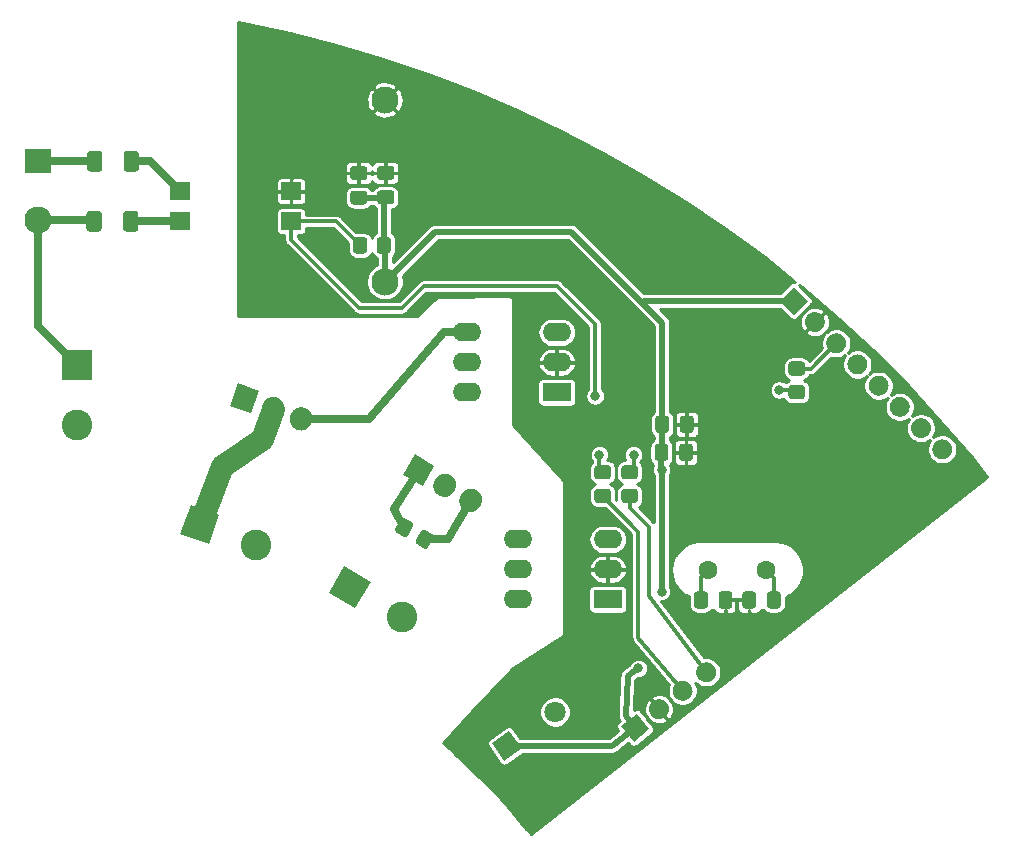
<source format=gbr>
%TF.GenerationSoftware,KiCad,Pcbnew,(5.1.9)-1*%
%TF.CreationDate,2021-12-25T05:37:13+03:00*%
%TF.ProjectId,filadry2,66696c61-6472-4793-922e-6b696361645f,rev?*%
%TF.SameCoordinates,Original*%
%TF.FileFunction,Copper,L2,Bot*%
%TF.FilePolarity,Positive*%
%FSLAX46Y46*%
G04 Gerber Fmt 4.6, Leading zero omitted, Abs format (unit mm)*
G04 Created by KiCad (PCBNEW (5.1.9)-1) date 2021-12-25 05:37:13*
%MOMM*%
%LPD*%
G01*
G04 APERTURE LIST*
%TA.AperFunction,ComponentPad*%
%ADD10C,2.300000*%
%TD*%
%TA.AperFunction,ComponentPad*%
%ADD11R,2.300000X2.000000*%
%TD*%
%TA.AperFunction,ComponentPad*%
%ADD12C,1.600000*%
%TD*%
%TA.AperFunction,ComponentPad*%
%ADD13O,2.400000X1.600000*%
%TD*%
%TA.AperFunction,ComponentPad*%
%ADD14R,2.400000X1.600000*%
%TD*%
%TA.AperFunction,SMDPad,CuDef*%
%ADD15R,1.700000X1.500000*%
%TD*%
%TA.AperFunction,ComponentPad*%
%ADD16C,0.100000*%
%TD*%
%TA.AperFunction,ComponentPad*%
%ADD17R,2.600000X2.600000*%
%TD*%
%TA.AperFunction,ComponentPad*%
%ADD18C,2.600000*%
%TD*%
%TA.AperFunction,ComponentPad*%
%ADD19C,1.800000*%
%TD*%
%TA.AperFunction,ViaPad*%
%ADD20C,0.800000*%
%TD*%
%TA.AperFunction,Conductor*%
%ADD21C,0.300000*%
%TD*%
%TA.AperFunction,Conductor*%
%ADD22C,0.500000*%
%TD*%
%TA.AperFunction,Conductor*%
%ADD23C,0.700000*%
%TD*%
%TA.AperFunction,Conductor*%
%ADD24C,1.905000*%
%TD*%
%TA.AperFunction,Conductor*%
%ADD25C,0.254000*%
%TD*%
%TA.AperFunction,Conductor*%
%ADD26C,0.100000*%
%TD*%
G04 APERTURE END LIST*
D10*
%TO.P,PS1,4*%
%TO.N,+3V3*%
X52310800Y-42813600D03*
%TO.P,PS1,2*%
%TO.N,AC_N*%
X22910800Y-37613600D03*
D11*
%TO.P,PS1,1*%
%TO.N,AC_L*%
X22910800Y-32613600D03*
D10*
%TO.P,PS1,3*%
%TO.N,GND*%
X52310800Y-27413600D03*
%TD*%
D12*
%TO.P,Y1,2*%
%TO.N,Net-(C2-Pad1)*%
X84584646Y-67214675D03*
%TO.P,Y1,1*%
%TO.N,Net-(C1-Pad1)*%
X79684646Y-67214675D03*
%TD*%
D13*
%TO.P,U4,6*%
%TO.N,Net-(R11-Pad2)*%
X63550800Y-69697600D03*
%TO.P,U4,3*%
%TO.N,Net-(U4-Pad3)*%
X71170800Y-64617600D03*
%TO.P,U4,5*%
%TO.N,Net-(U4-Pad5)*%
X63550800Y-67157600D03*
%TO.P,U4,2*%
%TO.N,GND*%
X71170800Y-67157600D03*
%TO.P,U4,4*%
%TO.N,Net-(Q3-Pad3)*%
X63550800Y-64617600D03*
D14*
%TO.P,U4,1*%
%TO.N,Net-(R8-Pad1)*%
X71170800Y-69697600D03*
%TD*%
D13*
%TO.P,U3,6*%
%TO.N,Net-(R10-Pad2)*%
X59232800Y-52171600D03*
%TO.P,U3,3*%
%TO.N,Net-(U3-Pad3)*%
X66852800Y-47091600D03*
%TO.P,U3,5*%
%TO.N,Net-(U3-Pad5)*%
X59232800Y-49631600D03*
%TO.P,U3,2*%
%TO.N,GND*%
X66852800Y-49631600D03*
%TO.P,U3,4*%
%TO.N,Net-(Q2-Pad3)*%
X59232800Y-47091600D03*
D14*
%TO.P,U3,1*%
%TO.N,Net-(R7-Pad1)*%
X66852800Y-52171600D03*
%TD*%
D15*
%TO.P,U2,4*%
%TO.N,ZeroCross*%
X44374800Y-37693600D03*
%TO.P,U2,3*%
%TO.N,GND*%
X44374800Y-35153600D03*
%TO.P,U2,2*%
%TO.N,Net-(R13-Pad1)*%
X34974800Y-35153600D03*
%TO.P,U2,1*%
%TO.N,Net-(R12-Pad1)*%
X34974800Y-37693600D03*
%TD*%
%TO.P,R15,2*%
%TO.N,Net-(Q3-Pad3)*%
%TA.AperFunction,SMDPad,CuDef*%
G36*
G01*
X54932184Y-64707313D02*
X55382185Y-63927888D01*
G75*
G02*
X55723690Y-63836382I216505J-124999D01*
G01*
X56329909Y-64186383D01*
G75*
G02*
X56421414Y-64527887I-125000J-216505D01*
G01*
X55971413Y-65307312D01*
G75*
G02*
X55629908Y-65398818I-216505J124999D01*
G01*
X55023689Y-65048817D01*
G75*
G02*
X54932184Y-64707313I125000J216505D01*
G01*
G37*
%TD.AperFunction*%
%TO.P,R15,1*%
%TO.N,AC_N*%
%TA.AperFunction,SMDPad,CuDef*%
G36*
G01*
X53200134Y-63707313D02*
X53650135Y-62927888D01*
G75*
G02*
X53991640Y-62836382I216505J-124999D01*
G01*
X54597859Y-63186383D01*
G75*
G02*
X54689364Y-63527887I-125000J-216505D01*
G01*
X54239363Y-64307312D01*
G75*
G02*
X53897858Y-64398818I-216505J124999D01*
G01*
X53291639Y-64048817D01*
G75*
G02*
X53200134Y-63707313I125000J216505D01*
G01*
G37*
%TD.AperFunction*%
%TD*%
%TO.P,R13,2*%
%TO.N,AC_L*%
%TA.AperFunction,SMDPad,CuDef*%
G36*
G01*
X28386800Y-31988600D02*
X28386800Y-33238600D01*
G75*
G02*
X28136800Y-33488600I-250000J0D01*
G01*
X27336800Y-33488600D01*
G75*
G02*
X27086800Y-33238600I0J250000D01*
G01*
X27086800Y-31988600D01*
G75*
G02*
X27336800Y-31738600I250000J0D01*
G01*
X28136800Y-31738600D01*
G75*
G02*
X28386800Y-31988600I0J-250000D01*
G01*
G37*
%TD.AperFunction*%
%TO.P,R13,1*%
%TO.N,Net-(R13-Pad1)*%
%TA.AperFunction,SMDPad,CuDef*%
G36*
G01*
X31486800Y-31988600D02*
X31486800Y-33238600D01*
G75*
G02*
X31236800Y-33488600I-250000J0D01*
G01*
X30436800Y-33488600D01*
G75*
G02*
X30186800Y-33238600I0J250000D01*
G01*
X30186800Y-31988600D01*
G75*
G02*
X30436800Y-31738600I250000J0D01*
G01*
X31236800Y-31738600D01*
G75*
G02*
X31486800Y-31988600I0J-250000D01*
G01*
G37*
%TD.AperFunction*%
%TD*%
%TO.P,R12,2*%
%TO.N,AC_N*%
%TA.AperFunction,SMDPad,CuDef*%
G36*
G01*
X28334800Y-37068600D02*
X28334800Y-38318600D01*
G75*
G02*
X28084800Y-38568600I-250000J0D01*
G01*
X27284800Y-38568600D01*
G75*
G02*
X27034800Y-38318600I0J250000D01*
G01*
X27034800Y-37068600D01*
G75*
G02*
X27284800Y-36818600I250000J0D01*
G01*
X28084800Y-36818600D01*
G75*
G02*
X28334800Y-37068600I0J-250000D01*
G01*
G37*
%TD.AperFunction*%
%TO.P,R12,1*%
%TO.N,Net-(R12-Pad1)*%
%TA.AperFunction,SMDPad,CuDef*%
G36*
G01*
X31434800Y-37068600D02*
X31434800Y-38318600D01*
G75*
G02*
X31184800Y-38568600I-250000J0D01*
G01*
X30384800Y-38568600D01*
G75*
G02*
X30134800Y-38318600I0J250000D01*
G01*
X30134800Y-37068600D01*
G75*
G02*
X30384800Y-36818600I250000J0D01*
G01*
X31184800Y-36818600D01*
G75*
G02*
X31434800Y-37068600I0J-250000D01*
G01*
G37*
%TD.AperFunction*%
%TD*%
%TO.P,R9,2*%
%TO.N,ZeroCross*%
%TA.AperFunction,SMDPad,CuDef*%
G36*
G01*
X50806400Y-39275599D02*
X50806400Y-40175601D01*
G75*
G02*
X50556401Y-40425600I-249999J0D01*
G01*
X49856399Y-40425600D01*
G75*
G02*
X49606400Y-40175601I0J249999D01*
G01*
X49606400Y-39275599D01*
G75*
G02*
X49856399Y-39025600I249999J0D01*
G01*
X50556401Y-39025600D01*
G75*
G02*
X50806400Y-39275599I0J-249999D01*
G01*
G37*
%TD.AperFunction*%
%TO.P,R9,1*%
%TO.N,+3V3*%
%TA.AperFunction,SMDPad,CuDef*%
G36*
G01*
X52806400Y-39275599D02*
X52806400Y-40175601D01*
G75*
G02*
X52556401Y-40425600I-249999J0D01*
G01*
X51856399Y-40425600D01*
G75*
G02*
X51606400Y-40175601I0J249999D01*
G01*
X51606400Y-39275599D01*
G75*
G02*
X51856399Y-39025600I249999J0D01*
G01*
X52556401Y-39025600D01*
G75*
G02*
X52806400Y-39275599I0J-249999D01*
G01*
G37*
%TD.AperFunction*%
%TD*%
%TO.P,R5,2*%
%TO.N,OLED_SCL*%
%TA.AperFunction,SMDPad,CuDef*%
G36*
G01*
X86722799Y-51555600D02*
X87622801Y-51555600D01*
G75*
G02*
X87872800Y-51805599I0J-249999D01*
G01*
X87872800Y-52505601D01*
G75*
G02*
X87622801Y-52755600I-249999J0D01*
G01*
X86722799Y-52755600D01*
G75*
G02*
X86472800Y-52505601I0J249999D01*
G01*
X86472800Y-51805599D01*
G75*
G02*
X86722799Y-51555600I249999J0D01*
G01*
G37*
%TD.AperFunction*%
%TO.P,R5,1*%
%TO.N,Net-(J2-Pad3)*%
%TA.AperFunction,SMDPad,CuDef*%
G36*
G01*
X86722799Y-49555600D02*
X87622801Y-49555600D01*
G75*
G02*
X87872800Y-49805599I0J-249999D01*
G01*
X87872800Y-50505601D01*
G75*
G02*
X87622801Y-50755600I-249999J0D01*
G01*
X86722799Y-50755600D01*
G75*
G02*
X86472800Y-50505601I0J249999D01*
G01*
X86472800Y-49805599D01*
G75*
G02*
X86722799Y-49555600I249999J0D01*
G01*
G37*
%TD.AperFunction*%
%TD*%
%TO.P,R4,2*%
%TO.N,BME_SDA*%
%TA.AperFunction,SMDPad,CuDef*%
G36*
G01*
X73474194Y-59539502D02*
X72574192Y-59539502D01*
G75*
G02*
X72324193Y-59289503I0J249999D01*
G01*
X72324193Y-58589501D01*
G75*
G02*
X72574192Y-58339502I249999J0D01*
G01*
X73474194Y-58339502D01*
G75*
G02*
X73724193Y-58589501I0J-249999D01*
G01*
X73724193Y-59289503D01*
G75*
G02*
X73474194Y-59539502I-249999J0D01*
G01*
G37*
%TD.AperFunction*%
%TO.P,R4,1*%
%TO.N,Net-(J1-Pad4)*%
%TA.AperFunction,SMDPad,CuDef*%
G36*
G01*
X73474194Y-61539502D02*
X72574192Y-61539502D01*
G75*
G02*
X72324193Y-61289503I0J249999D01*
G01*
X72324193Y-60589501D01*
G75*
G02*
X72574192Y-60339502I249999J0D01*
G01*
X73474194Y-60339502D01*
G75*
G02*
X73724193Y-60589501I0J-249999D01*
G01*
X73724193Y-61289503D01*
G75*
G02*
X73474194Y-61539502I-249999J0D01*
G01*
G37*
%TD.AperFunction*%
%TD*%
%TO.P,R3,2*%
%TO.N,BME_SCL*%
%TA.AperFunction,SMDPad,CuDef*%
G36*
G01*
X71188188Y-59539500D02*
X70288186Y-59539500D01*
G75*
G02*
X70038187Y-59289501I0J249999D01*
G01*
X70038187Y-58589499D01*
G75*
G02*
X70288186Y-58339500I249999J0D01*
G01*
X71188188Y-58339500D01*
G75*
G02*
X71438187Y-58589499I0J-249999D01*
G01*
X71438187Y-59289501D01*
G75*
G02*
X71188188Y-59539500I-249999J0D01*
G01*
G37*
%TD.AperFunction*%
%TO.P,R3,1*%
%TO.N,Net-(J1-Pad3)*%
%TA.AperFunction,SMDPad,CuDef*%
G36*
G01*
X71188188Y-61539500D02*
X70288186Y-61539500D01*
G75*
G02*
X70038187Y-61289501I0J249999D01*
G01*
X70038187Y-60589499D01*
G75*
G02*
X70288186Y-60339500I249999J0D01*
G01*
X71188188Y-60339500D01*
G75*
G02*
X71438187Y-60589499I0J-249999D01*
G01*
X71438187Y-61289501D01*
G75*
G02*
X71188188Y-61539500I-249999J0D01*
G01*
G37*
%TD.AperFunction*%
%TD*%
%TA.AperFunction,ComponentPad*%
D16*
%TO.P,Q3,1*%
%TO.N,AC_N*%
G36*
X53843911Y-59165375D02*
G01*
X54843911Y-57433325D01*
X56493689Y-58385825D01*
X55493689Y-60117875D01*
X53843911Y-59165375D01*
G37*
%TD.AperFunction*%
%TO.P,Q3,2*%
%TO.N,Net-(J4-Pad2)*%
%TA.AperFunction,ComponentPad*%
G36*
G01*
X56519866Y-59610486D02*
X56567366Y-59528214D01*
G75*
G02*
X57868505Y-59179575I824889J-476250D01*
G01*
X57868505Y-59179575D01*
G75*
G02*
X58217144Y-60480714I-476250J-824889D01*
G01*
X58169644Y-60562986D01*
G75*
G02*
X56868505Y-60911625I-824889J476250D01*
G01*
X56868505Y-60911625D01*
G75*
G02*
X56519866Y-59610486I476250J824889D01*
G01*
G37*
%TD.AperFunction*%
%TO.P,Q3,3*%
%TO.N,Net-(Q3-Pad3)*%
%TA.AperFunction,ComponentPad*%
G36*
G01*
X58719570Y-60880486D02*
X58767070Y-60798214D01*
G75*
G02*
X60068209Y-60449575I824889J-476250D01*
G01*
X60068209Y-60449575D01*
G75*
G02*
X60416848Y-61750714I-476250J-824889D01*
G01*
X60369348Y-61832986D01*
G75*
G02*
X59068209Y-62181625I-824889J476250D01*
G01*
X59068209Y-62181625D01*
G75*
G02*
X58719570Y-60880486I476250J824889D01*
G01*
G37*
%TD.AperFunction*%
%TD*%
%TA.AperFunction,ComponentPad*%
%TO.P,Q2,1*%
%TO.N,AC_N*%
G36*
X39199723Y-53293518D02*
G01*
X39883763Y-51414133D01*
X41673877Y-52065682D01*
X40989837Y-53945067D01*
X39199723Y-53293518D01*
G37*
%TD.AperFunction*%
%TO.P,Q2,2*%
%TO.N,Net-(J3-Pad1)*%
%TA.AperFunction,ComponentPad*%
G36*
G01*
X41912316Y-53267192D02*
X41944808Y-53177922D01*
G75*
G02*
X43165639Y-52608639I895057J-325774D01*
G01*
X43165639Y-52608639D01*
G75*
G02*
X43734922Y-53829470I-325774J-895057D01*
G01*
X43702430Y-53918740D01*
G75*
G02*
X42481599Y-54488023I-895057J325774D01*
G01*
X42481599Y-54488023D01*
G75*
G02*
X41912316Y-53267192I325774J895057D01*
G01*
G37*
%TD.AperFunction*%
%TO.P,Q2,3*%
%TO.N,Net-(Q2-Pad3)*%
%TA.AperFunction,ComponentPad*%
G36*
G01*
X44299136Y-54135923D02*
X44331628Y-54046653D01*
G75*
G02*
X45552459Y-53477370I895057J-325774D01*
G01*
X45552459Y-53477370D01*
G75*
G02*
X46121742Y-54698201I-325774J-895057D01*
G01*
X46089250Y-54787471D01*
G75*
G02*
X44868419Y-55356754I-895057J325774D01*
G01*
X44868419Y-55356754D01*
G75*
G02*
X44299136Y-54135923I325774J895057D01*
G01*
G37*
%TD.AperFunction*%
%TD*%
D17*
%TO.P,J6,1*%
%TO.N,AC_N*%
X26212800Y-49885600D03*
D18*
%TO.P,J6,2*%
%TO.N,AC_L*%
X26212800Y-54965600D03*
%TD*%
%TA.AperFunction,ComponentPad*%
D16*
%TO.P,J4,1*%
%TO.N,AC_L*%
G36*
X47550967Y-69157433D02*
G01*
X48850967Y-66905767D01*
X51102633Y-68205767D01*
X49802633Y-70457433D01*
X47550967Y-69157433D01*
G37*
%TD.AperFunction*%
D18*
%TO.P,J4,2*%
%TO.N,Net-(J4-Pad2)*%
X53726209Y-71221600D03*
%TD*%
%TA.AperFunction,ComponentPad*%
D16*
%TO.P,J3,1*%
%TO.N,Net-(J3-Pad1)*%
G36*
X34960573Y-64124574D02*
G01*
X35849826Y-61681373D01*
X38293027Y-62570626D01*
X37403774Y-65013827D01*
X34960573Y-64124574D01*
G37*
%TD.AperFunction*%
D18*
%TO.P,J3,2*%
%TO.N,AC_L*%
X41400439Y-65085062D03*
%TD*%
%TO.P,J2,8*%
%TO.N,KEY_DN*%
%TA.AperFunction,ComponentPad*%
G36*
G01*
X98890118Y-57598000D02*
X98890118Y-57598000D01*
G75*
G02*
X98890118Y-56395918I601041J601041D01*
G01*
X98890118Y-56395918D01*
G75*
G02*
X100092200Y-56395918I601041J-601041D01*
G01*
X100092200Y-56395918D01*
G75*
G02*
X100092200Y-57598000I-601041J-601041D01*
G01*
X100092200Y-57598000D01*
G75*
G02*
X98890118Y-57598000I-601041J601041D01*
G01*
G37*
%TD.AperFunction*%
%TO.P,J2,7*%
%TO.N,KEY_OK*%
%TA.AperFunction,ComponentPad*%
G36*
G01*
X97094066Y-55801948D02*
X97094066Y-55801948D01*
G75*
G02*
X97094066Y-54599866I601041J601041D01*
G01*
X97094066Y-54599866D01*
G75*
G02*
X98296148Y-54599866I601041J-601041D01*
G01*
X98296148Y-54599866D01*
G75*
G02*
X98296148Y-55801948I-601041J-601041D01*
G01*
X98296148Y-55801948D01*
G75*
G02*
X97094066Y-55801948I-601041J601041D01*
G01*
G37*
%TD.AperFunction*%
%TO.P,J2,6*%
%TO.N,KEY_UP*%
%TA.AperFunction,ComponentPad*%
G36*
G01*
X95298015Y-54005897D02*
X95298015Y-54005897D01*
G75*
G02*
X95298015Y-52803815I601041J601041D01*
G01*
X95298015Y-52803815D01*
G75*
G02*
X96500097Y-52803815I601041J-601041D01*
G01*
X96500097Y-52803815D01*
G75*
G02*
X96500097Y-54005897I-601041J-601041D01*
G01*
X96500097Y-54005897D01*
G75*
G02*
X95298015Y-54005897I-601041J601041D01*
G01*
G37*
%TD.AperFunction*%
%TO.P,J2,5*%
%TO.N,Net-(J2-Pad5)*%
%TA.AperFunction,ComponentPad*%
G36*
G01*
X93501964Y-52209846D02*
X93501964Y-52209846D01*
G75*
G02*
X93501964Y-51007764I601041J601041D01*
G01*
X93501964Y-51007764D01*
G75*
G02*
X94704046Y-51007764I601041J-601041D01*
G01*
X94704046Y-51007764D01*
G75*
G02*
X94704046Y-52209846I-601041J-601041D01*
G01*
X94704046Y-52209846D01*
G75*
G02*
X93501964Y-52209846I-601041J601041D01*
G01*
G37*
%TD.AperFunction*%
%TO.P,J2,4*%
%TO.N,Net-(J2-Pad4)*%
%TA.AperFunction,ComponentPad*%
G36*
G01*
X91705913Y-50413795D02*
X91705913Y-50413795D01*
G75*
G02*
X91705913Y-49211713I601041J601041D01*
G01*
X91705913Y-49211713D01*
G75*
G02*
X92907995Y-49211713I601041J-601041D01*
G01*
X92907995Y-49211713D01*
G75*
G02*
X92907995Y-50413795I-601041J-601041D01*
G01*
X92907995Y-50413795D01*
G75*
G02*
X91705913Y-50413795I-601041J601041D01*
G01*
G37*
%TD.AperFunction*%
%TO.P,J2,3*%
%TO.N,Net-(J2-Pad3)*%
%TA.AperFunction,ComponentPad*%
G36*
G01*
X89909861Y-48617743D02*
X89909861Y-48617743D01*
G75*
G02*
X89909861Y-47415661I601041J601041D01*
G01*
X89909861Y-47415661D01*
G75*
G02*
X91111943Y-47415661I601041J-601041D01*
G01*
X91111943Y-47415661D01*
G75*
G02*
X91111943Y-48617743I-601041J-601041D01*
G01*
X91111943Y-48617743D01*
G75*
G02*
X89909861Y-48617743I-601041J601041D01*
G01*
G37*
%TD.AperFunction*%
%TO.P,J2,2*%
%TO.N,GND*%
%TA.AperFunction,ComponentPad*%
G36*
G01*
X88113810Y-46821692D02*
X88113810Y-46821692D01*
G75*
G02*
X88113810Y-45619610I601041J601041D01*
G01*
X88113810Y-45619610D01*
G75*
G02*
X89315892Y-45619610I601041J-601041D01*
G01*
X89315892Y-45619610D01*
G75*
G02*
X89315892Y-46821692I-601041J-601041D01*
G01*
X89315892Y-46821692D01*
G75*
G02*
X88113810Y-46821692I-601041J601041D01*
G01*
G37*
%TD.AperFunction*%
%TA.AperFunction,ComponentPad*%
D16*
%TO.P,J2,1*%
%TO.N,+3V3*%
G36*
X86918800Y-45626682D02*
G01*
X85716718Y-44424600D01*
X86918800Y-43222518D01*
X88120882Y-44424600D01*
X86918800Y-45626682D01*
G37*
%TD.AperFunction*%
%TD*%
%TO.P,J1,4*%
%TO.N,Net-(J1-Pad4)*%
%TA.AperFunction,ComponentPad*%
G36*
G01*
X80035554Y-76547269D02*
X80035554Y-76547269D01*
G75*
G02*
X78842433Y-76400772I-523312J669809D01*
G01*
X78842433Y-76400772D01*
G75*
G02*
X78988930Y-75207651I669809J523312D01*
G01*
X78988930Y-75207651D01*
G75*
G02*
X80182051Y-75354148I523312J-669809D01*
G01*
X80182051Y-75354148D01*
G75*
G02*
X80035554Y-76547269I-669809J-523312D01*
G01*
G37*
%TD.AperFunction*%
%TO.P,J1,3*%
%TO.N,Net-(J1-Pad3)*%
%TA.AperFunction,ComponentPad*%
G36*
G01*
X78034007Y-78111049D02*
X78034007Y-78111049D01*
G75*
G02*
X76840886Y-77964552I-523312J669809D01*
G01*
X76840886Y-77964552D01*
G75*
G02*
X76987383Y-76771431I669809J523312D01*
G01*
X76987383Y-76771431D01*
G75*
G02*
X78180504Y-76917928I523312J-669809D01*
G01*
X78180504Y-76917928D01*
G75*
G02*
X78034007Y-78111049I-669809J-523312D01*
G01*
G37*
%TD.AperFunction*%
%TO.P,J1,2*%
%TO.N,GND*%
%TA.AperFunction,ComponentPad*%
G36*
G01*
X76032459Y-79674829D02*
X76032459Y-79674829D01*
G75*
G02*
X74839338Y-79528332I-523312J669809D01*
G01*
X74839338Y-79528332D01*
G75*
G02*
X74985835Y-78335211I669809J523312D01*
G01*
X74985835Y-78335211D01*
G75*
G02*
X76178956Y-78481708I523312J-669809D01*
G01*
X76178956Y-78481708D01*
G75*
G02*
X76032459Y-79674829I-669809J-523312D01*
G01*
G37*
%TD.AperFunction*%
%TA.AperFunction,ComponentPad*%
%TO.P,J1,1*%
%TO.N,+3V3*%
G36*
X74700721Y-80715297D02*
G01*
X73361103Y-81761921D01*
X72314479Y-80422303D01*
X73654097Y-79375679D01*
X74700721Y-80715297D01*
G37*
%TD.AperFunction*%
%TD*%
%TO.P,C6,2*%
%TO.N,GND*%
%TA.AperFunction,SMDPad,CuDef*%
G36*
G01*
X52849798Y-34174098D02*
X51899798Y-34174098D01*
G75*
G02*
X51649798Y-33924098I0J250000D01*
G01*
X51649798Y-33249098D01*
G75*
G02*
X51899798Y-32999098I250000J0D01*
G01*
X52849798Y-32999098D01*
G75*
G02*
X53099798Y-33249098I0J-250000D01*
G01*
X53099798Y-33924098D01*
G75*
G02*
X52849798Y-34174098I-250000J0D01*
G01*
G37*
%TD.AperFunction*%
%TO.P,C6,1*%
%TO.N,+3V3*%
%TA.AperFunction,SMDPad,CuDef*%
G36*
G01*
X52849798Y-36249098D02*
X51899798Y-36249098D01*
G75*
G02*
X51649798Y-35999098I0J250000D01*
G01*
X51649798Y-35324098D01*
G75*
G02*
X51899798Y-35074098I250000J0D01*
G01*
X52849798Y-35074098D01*
G75*
G02*
X53099798Y-35324098I0J-250000D01*
G01*
X53099798Y-35999098D01*
G75*
G02*
X52849798Y-36249098I-250000J0D01*
G01*
G37*
%TD.AperFunction*%
%TD*%
%TO.P,C5,2*%
%TO.N,GND*%
%TA.AperFunction,SMDPad,CuDef*%
G36*
G01*
X50563800Y-34195600D02*
X49613800Y-34195600D01*
G75*
G02*
X49363800Y-33945600I0J250000D01*
G01*
X49363800Y-33270600D01*
G75*
G02*
X49613800Y-33020600I250000J0D01*
G01*
X50563800Y-33020600D01*
G75*
G02*
X50813800Y-33270600I0J-250000D01*
G01*
X50813800Y-33945600D01*
G75*
G02*
X50563800Y-34195600I-250000J0D01*
G01*
G37*
%TD.AperFunction*%
%TO.P,C5,1*%
%TO.N,+3V3*%
%TA.AperFunction,SMDPad,CuDef*%
G36*
G01*
X50563800Y-36270600D02*
X49613800Y-36270600D01*
G75*
G02*
X49363800Y-36020600I0J250000D01*
G01*
X49363800Y-35345600D01*
G75*
G02*
X49613800Y-35095600I250000J0D01*
G01*
X50563800Y-35095600D01*
G75*
G02*
X50813800Y-35345600I0J-250000D01*
G01*
X50813800Y-36020600D01*
G75*
G02*
X50563800Y-36270600I-250000J0D01*
G01*
G37*
%TD.AperFunction*%
%TD*%
%TO.P,C4,2*%
%TO.N,GND*%
%TA.AperFunction,SMDPad,CuDef*%
G36*
G01*
X77273300Y-55352600D02*
X77273300Y-54402600D01*
G75*
G02*
X77523300Y-54152600I250000J0D01*
G01*
X78198300Y-54152600D01*
G75*
G02*
X78448300Y-54402600I0J-250000D01*
G01*
X78448300Y-55352600D01*
G75*
G02*
X78198300Y-55602600I-250000J0D01*
G01*
X77523300Y-55602600D01*
G75*
G02*
X77273300Y-55352600I0J250000D01*
G01*
G37*
%TD.AperFunction*%
%TO.P,C4,1*%
%TO.N,+3V3*%
%TA.AperFunction,SMDPad,CuDef*%
G36*
G01*
X75198300Y-55352600D02*
X75198300Y-54402600D01*
G75*
G02*
X75448300Y-54152600I250000J0D01*
G01*
X76123300Y-54152600D01*
G75*
G02*
X76373300Y-54402600I0J-250000D01*
G01*
X76373300Y-55352600D01*
G75*
G02*
X76123300Y-55602600I-250000J0D01*
G01*
X75448300Y-55602600D01*
G75*
G02*
X75198300Y-55352600I0J250000D01*
G01*
G37*
%TD.AperFunction*%
%TD*%
%TO.P,C3,2*%
%TO.N,GND*%
%TA.AperFunction,SMDPad,CuDef*%
G36*
G01*
X77208800Y-57726600D02*
X77208800Y-56776600D01*
G75*
G02*
X77458800Y-56526600I250000J0D01*
G01*
X78133800Y-56526600D01*
G75*
G02*
X78383800Y-56776600I0J-250000D01*
G01*
X78383800Y-57726600D01*
G75*
G02*
X78133800Y-57976600I-250000J0D01*
G01*
X77458800Y-57976600D01*
G75*
G02*
X77208800Y-57726600I0J250000D01*
G01*
G37*
%TD.AperFunction*%
%TO.P,C3,1*%
%TO.N,+3V3*%
%TA.AperFunction,SMDPad,CuDef*%
G36*
G01*
X75133800Y-57726600D02*
X75133800Y-56776600D01*
G75*
G02*
X75383800Y-56526600I250000J0D01*
G01*
X76058800Y-56526600D01*
G75*
G02*
X76308800Y-56776600I0J-250000D01*
G01*
X76308800Y-57726600D01*
G75*
G02*
X76058800Y-57976600I-250000J0D01*
G01*
X75383800Y-57976600D01*
G75*
G02*
X75133800Y-57726600I0J250000D01*
G01*
G37*
%TD.AperFunction*%
%TD*%
%TO.P,C2,2*%
%TO.N,GND*%
%TA.AperFunction,SMDPad,CuDef*%
G36*
G01*
X83738152Y-69279673D02*
X83738152Y-70229673D01*
G75*
G02*
X83488152Y-70479673I-250000J0D01*
G01*
X82813152Y-70479673D01*
G75*
G02*
X82563152Y-70229673I0J250000D01*
G01*
X82563152Y-69279673D01*
G75*
G02*
X82813152Y-69029673I250000J0D01*
G01*
X83488152Y-69029673D01*
G75*
G02*
X83738152Y-69279673I0J-250000D01*
G01*
G37*
%TD.AperFunction*%
%TO.P,C2,1*%
%TO.N,Net-(C2-Pad1)*%
%TA.AperFunction,SMDPad,CuDef*%
G36*
G01*
X85813152Y-69279673D02*
X85813152Y-70229673D01*
G75*
G02*
X85563152Y-70479673I-250000J0D01*
G01*
X84888152Y-70479673D01*
G75*
G02*
X84638152Y-70229673I0J250000D01*
G01*
X84638152Y-69279673D01*
G75*
G02*
X84888152Y-69029673I250000J0D01*
G01*
X85563152Y-69029673D01*
G75*
G02*
X85813152Y-69279673I0J-250000D01*
G01*
G37*
%TD.AperFunction*%
%TD*%
%TO.P,C1,2*%
%TO.N,GND*%
%TA.AperFunction,SMDPad,CuDef*%
G36*
G01*
X80552647Y-70229676D02*
X80552647Y-69279676D01*
G75*
G02*
X80802647Y-69029676I250000J0D01*
G01*
X81477647Y-69029676D01*
G75*
G02*
X81727647Y-69279676I0J-250000D01*
G01*
X81727647Y-70229676D01*
G75*
G02*
X81477647Y-70479676I-250000J0D01*
G01*
X80802647Y-70479676D01*
G75*
G02*
X80552647Y-70229676I0J250000D01*
G01*
G37*
%TD.AperFunction*%
%TO.P,C1,1*%
%TO.N,Net-(C1-Pad1)*%
%TA.AperFunction,SMDPad,CuDef*%
G36*
G01*
X78477647Y-70229676D02*
X78477647Y-69279676D01*
G75*
G02*
X78727647Y-69029676I250000J0D01*
G01*
X79402647Y-69029676D01*
G75*
G02*
X79652647Y-69279676I0J-250000D01*
G01*
X79652647Y-70229676D01*
G75*
G02*
X79402647Y-70479676I-250000J0D01*
G01*
X78727647Y-70479676D01*
G75*
G02*
X78477647Y-70229676I0J250000D01*
G01*
G37*
%TD.AperFunction*%
%TD*%
D19*
%TO.P,BZ1,2*%
%TO.N,Net-(BZ1-Pad2)*%
X66716280Y-79236459D03*
%TA.AperFunction,ComponentPad*%
D16*
%TO.P,BZ1,1*%
%TO.N,+3V3*%
G36*
X62399502Y-83357797D02*
G01*
X61367064Y-81883323D01*
X62841538Y-80850885D01*
X63873976Y-82325359D01*
X62399502Y-83357797D01*
G37*
%TD.AperFunction*%
%TD*%
D20*
%TO.N,GND*%
X42976800Y-26162000D03*
X44754800Y-26162000D03*
X42113200Y-27432000D03*
X43840400Y-27432000D03*
X42976800Y-28752800D03*
X64770000Y-88341200D03*
X63703200Y-87223600D03*
X66141600Y-87426800D03*
X67665600Y-86410800D03*
X65125600Y-86207600D03*
X66598800Y-85090000D03*
X88341200Y-63601600D03*
X89255600Y-64719200D03*
X90271600Y-65887600D03*
X89814400Y-63398400D03*
X90779600Y-64617600D03*
X91287600Y-63195200D03*
%TO.N,+3V3*%
X75742800Y-58724800D03*
X75742800Y-69037200D03*
X73761600Y-75539600D03*
%TO.N,GND*%
X77774800Y-58724800D03*
X82143600Y-71374000D03*
X41249600Y-26162000D03*
%TO.N,BME_SCL*%
X70459600Y-57454800D03*
%TO.N,BME_SDA*%
X73355200Y-57454800D03*
%TO.N,OLED_SCL*%
X85699600Y-51968400D03*
%TO.N,ZeroCross*%
X70104000Y-52476400D03*
%TD*%
D21*
%TO.N,+3V3*%
X75742800Y-57273100D02*
X75721300Y-57251600D01*
X75721300Y-54942100D02*
X75785800Y-54877600D01*
D22*
X52254800Y-42757600D02*
X52310800Y-42813600D01*
X52353296Y-35683100D02*
X52374798Y-35661598D01*
X50088800Y-35683100D02*
X52353296Y-35683100D01*
X52310800Y-39830000D02*
X52206400Y-39725600D01*
X52310800Y-42813600D02*
X52310800Y-39830000D01*
X52206400Y-35829996D02*
X52374798Y-35661598D01*
X52206400Y-39725600D02*
X52206400Y-35829996D01*
X52310800Y-42813600D02*
X56567200Y-38557200D01*
X56567200Y-38557200D02*
X68072000Y-38557200D01*
X75785800Y-46271000D02*
X75785800Y-54877600D01*
X74244200Y-44424600D02*
X74091800Y-44577000D01*
X86918800Y-44424600D02*
X74244200Y-44424600D01*
X74091800Y-44577000D02*
X75785800Y-46271000D01*
X68072000Y-38557200D02*
X74091800Y-44577000D01*
X71526400Y-82092800D02*
X73507600Y-80568800D01*
X62620520Y-82104341D02*
X71526400Y-82092800D01*
X75785800Y-57187100D02*
X75721300Y-57251600D01*
X75785800Y-54877600D02*
X75785800Y-57187100D01*
X75721300Y-58703300D02*
X75742800Y-58724800D01*
X75721300Y-57251600D02*
X75721300Y-58703300D01*
X75742800Y-58724800D02*
X75742800Y-69037200D01*
X72694800Y-79552800D02*
X73507600Y-80568800D01*
X72847200Y-76200000D02*
X72694800Y-79552800D01*
X73761600Y-75539600D02*
X72847200Y-76200000D01*
D21*
%TO.N,GND*%
X83150648Y-69754677D02*
X83150651Y-69754675D01*
X77774800Y-57273100D02*
X77796300Y-57251600D01*
X77796300Y-54942100D02*
X77860800Y-54877600D01*
X82137324Y-71367724D02*
X82143600Y-71374000D01*
X82137324Y-69754676D02*
X82137324Y-71367724D01*
X81140146Y-69754676D02*
X82137324Y-69754676D01*
X82137324Y-69754676D02*
X83150648Y-69754677D01*
%TO.N,Net-(C1-Pad1)*%
X79065146Y-67834175D02*
X79684645Y-67214675D01*
X79065146Y-69754676D02*
X79065146Y-67834175D01*
%TO.N,Net-(C2-Pad1)*%
X85225651Y-67855680D02*
X84584646Y-67214675D01*
X85225651Y-69754673D02*
X85225651Y-67855680D01*
%TO.N,Net-(J1-Pad4)*%
X73024193Y-60939502D02*
X73024193Y-61187793D01*
X74625200Y-69443600D02*
X79512242Y-75877460D01*
X74625200Y-63550800D02*
X74625200Y-69443600D01*
X73024193Y-61949793D02*
X74625200Y-63550800D01*
X73024193Y-60939502D02*
X73024193Y-61949793D01*
%TO.N,Net-(J1-Pad3)*%
X73761600Y-63957200D02*
X73761600Y-72943087D01*
X70738187Y-60939500D02*
X73761600Y-63957200D01*
X73761600Y-72948800D02*
X77510695Y-77441240D01*
%TO.N,Net-(J2-Pad3)*%
X88372004Y-50155600D02*
X90510902Y-48016702D01*
X87172800Y-50155600D02*
X88372004Y-50155600D01*
D23*
%TO.N,AC_L*%
X22910800Y-32613600D02*
X27736800Y-32613600D01*
D24*
%TO.N,Net-(J3-Pad1)*%
X41859200Y-56134000D02*
X42823619Y-53548331D01*
X38506400Y-58369200D02*
X41859200Y-56134000D01*
X36626800Y-63347600D02*
X38506400Y-58369200D01*
D23*
%TO.N,AC_N*%
X53086000Y-62077600D02*
X55168800Y-58775600D01*
X53944749Y-63617600D02*
X53086000Y-62077600D01*
X27604800Y-37613600D02*
X27684800Y-37693600D01*
X22910800Y-37613600D02*
X27604800Y-37613600D01*
X22910800Y-46583600D02*
X26212800Y-49885600D01*
X22910800Y-37613600D02*
X22910800Y-46583600D01*
%TO.N,Net-(Q2-Pad3)*%
X50952400Y-54457600D02*
X45210439Y-54417062D01*
X57302400Y-47091600D02*
X50952400Y-54457600D01*
X59232800Y-47091600D02*
X57302400Y-47091600D01*
%TO.N,Net-(Q3-Pad3)*%
X57607200Y-64566800D02*
X59568209Y-61315600D01*
X55676799Y-64617600D02*
X57607200Y-64566800D01*
D21*
%TO.N,BME_SCL*%
X70459600Y-58660913D02*
X70738187Y-58939500D01*
X70459600Y-57454800D02*
X70459600Y-58660913D01*
%TO.N,BME_SDA*%
X73355200Y-58608495D02*
X73024193Y-58939502D01*
X73355200Y-57454800D02*
X73355200Y-58608495D01*
%TO.N,OLED_SCL*%
X86985600Y-51968400D02*
X87172800Y-52155600D01*
X85699600Y-51968400D02*
X86985600Y-51968400D01*
%TO.N,ZeroCross*%
X48174400Y-37693600D02*
X50206400Y-39725600D01*
X44374800Y-37693600D02*
X48174400Y-37693600D01*
X44374800Y-39294800D02*
X44374800Y-37693600D01*
X50088800Y-45008800D02*
X44374800Y-39294800D01*
X53746400Y-45008800D02*
X50088800Y-45008800D01*
X55575200Y-43180000D02*
X53746400Y-45008800D01*
X66903600Y-43180000D02*
X55575200Y-43180000D01*
X70104000Y-46380400D02*
X66903600Y-43180000D01*
X70104000Y-52476400D02*
X70104000Y-46380400D01*
D23*
%TO.N,Net-(R12-Pad1)*%
X30784800Y-37693600D02*
X34974800Y-37693600D01*
%TO.N,Net-(R13-Pad1)*%
X32434800Y-32613600D02*
X34974800Y-35153600D01*
X30836800Y-32613600D02*
X32434800Y-32613600D01*
%TD*%
D25*
%TO.N,GND*%
X40275685Y-20894080D02*
X44256937Y-21747586D01*
X48202486Y-22753294D01*
X52106510Y-23909720D01*
X55963256Y-25215156D01*
X59767053Y-26667685D01*
X63512278Y-28265159D01*
X67193433Y-30005233D01*
X70805085Y-31885340D01*
X74341872Y-33902688D01*
X77798632Y-36054332D01*
X81170236Y-38337078D01*
X84451727Y-40747572D01*
X87053599Y-42817195D01*
X87002507Y-42801696D01*
X86918800Y-42793452D01*
X86835093Y-42801696D01*
X86754604Y-42826113D01*
X86680424Y-42865763D01*
X86615405Y-42919123D01*
X85786928Y-43747600D01*
X74277441Y-43747600D01*
X74244199Y-43744326D01*
X74219028Y-43746805D01*
X68574226Y-38102004D01*
X68553027Y-38076173D01*
X68449941Y-37991572D01*
X68332330Y-37928708D01*
X68204715Y-37889996D01*
X68105252Y-37880200D01*
X68105245Y-37880200D01*
X68072000Y-37876926D01*
X68038755Y-37880200D01*
X56600452Y-37880200D01*
X56567200Y-37876925D01*
X56434485Y-37889996D01*
X56306870Y-37928708D01*
X56189259Y-37991572D01*
X56121801Y-38046934D01*
X56086173Y-38076173D01*
X56064978Y-38101999D01*
X52987800Y-41179178D01*
X52987800Y-40695798D01*
X53036572Y-40655772D01*
X53121023Y-40552869D01*
X53183775Y-40435468D01*
X53222418Y-40308080D01*
X53235466Y-40175601D01*
X53235466Y-39275599D01*
X53222418Y-39143120D01*
X53183775Y-39015732D01*
X53121023Y-38898331D01*
X53036572Y-38795428D01*
X52933669Y-38710977D01*
X52883400Y-38684108D01*
X52883400Y-36674855D01*
X52982277Y-36665116D01*
X53109665Y-36626473D01*
X53227067Y-36563721D01*
X53329970Y-36479270D01*
X53414421Y-36376367D01*
X53477173Y-36258965D01*
X53515816Y-36131577D01*
X53528864Y-35999098D01*
X53528864Y-35324098D01*
X53515816Y-35191619D01*
X53477173Y-35064231D01*
X53414421Y-34946829D01*
X53329970Y-34843926D01*
X53227067Y-34759475D01*
X53109665Y-34696723D01*
X52982277Y-34658080D01*
X52849798Y-34645032D01*
X51899798Y-34645032D01*
X51767319Y-34658080D01*
X51639931Y-34696723D01*
X51522529Y-34759475D01*
X51419626Y-34843926D01*
X51335175Y-34946829D01*
X51303494Y-35006100D01*
X51148611Y-35006100D01*
X51128423Y-34968331D01*
X51043972Y-34865428D01*
X50941069Y-34780977D01*
X50823667Y-34718225D01*
X50696279Y-34679582D01*
X50563800Y-34666534D01*
X49613800Y-34666534D01*
X49481321Y-34679582D01*
X49353933Y-34718225D01*
X49236531Y-34780977D01*
X49133628Y-34865428D01*
X49049177Y-34968331D01*
X48986425Y-35085733D01*
X48947782Y-35213121D01*
X48934734Y-35345600D01*
X48934734Y-36020600D01*
X48947782Y-36153079D01*
X48986425Y-36280467D01*
X49049177Y-36397869D01*
X49133628Y-36500772D01*
X49236531Y-36585223D01*
X49353933Y-36647975D01*
X49481321Y-36686618D01*
X49613800Y-36699666D01*
X50563800Y-36699666D01*
X50696279Y-36686618D01*
X50823667Y-36647975D01*
X50941069Y-36585223D01*
X51043972Y-36500772D01*
X51128423Y-36397869D01*
X51148611Y-36360100D01*
X51326480Y-36360100D01*
X51335175Y-36376367D01*
X51419626Y-36479270D01*
X51522529Y-36563721D01*
X51529401Y-36567394D01*
X51529400Y-38684108D01*
X51479131Y-38710977D01*
X51376228Y-38795428D01*
X51291777Y-38898331D01*
X51229025Y-39015732D01*
X51206400Y-39090316D01*
X51183775Y-39015732D01*
X51121023Y-38898331D01*
X51036572Y-38795428D01*
X50933669Y-38710977D01*
X50816268Y-38648225D01*
X50688880Y-38609582D01*
X50556401Y-38596534D01*
X49893336Y-38596534D01*
X48602439Y-37305638D01*
X48584374Y-37283626D01*
X48496515Y-37211521D01*
X48396276Y-37157943D01*
X48332170Y-37138497D01*
X48287511Y-37124949D01*
X48232445Y-37119526D01*
X48202736Y-37116600D01*
X48202731Y-37116600D01*
X48174400Y-37113810D01*
X48146069Y-37116600D01*
X45653866Y-37116600D01*
X45653866Y-36943600D01*
X45645622Y-36859893D01*
X45621205Y-36779404D01*
X45581555Y-36705224D01*
X45528195Y-36640205D01*
X45463176Y-36586845D01*
X45388996Y-36547195D01*
X45308507Y-36522778D01*
X45224800Y-36514534D01*
X43524800Y-36514534D01*
X43441093Y-36522778D01*
X43360604Y-36547195D01*
X43286424Y-36586845D01*
X43221405Y-36640205D01*
X43168045Y-36705224D01*
X43128395Y-36779404D01*
X43103978Y-36859893D01*
X43095734Y-36943600D01*
X43095734Y-38443600D01*
X43103978Y-38527307D01*
X43128395Y-38607796D01*
X43168045Y-38681976D01*
X43221405Y-38746995D01*
X43286424Y-38800355D01*
X43360604Y-38840005D01*
X43441093Y-38864422D01*
X43524800Y-38872666D01*
X43797800Y-38872666D01*
X43797800Y-39266469D01*
X43795010Y-39294800D01*
X43806149Y-39407911D01*
X43819542Y-39452059D01*
X43839143Y-39516675D01*
X43892721Y-39616914D01*
X43964826Y-39704774D01*
X43986838Y-39722839D01*
X49660761Y-45396762D01*
X49678826Y-45418774D01*
X49766685Y-45490879D01*
X49866924Y-45544457D01*
X49975688Y-45577450D01*
X50060464Y-45585800D01*
X50060470Y-45585800D01*
X50088799Y-45588590D01*
X50117128Y-45585800D01*
X53718069Y-45585800D01*
X53746400Y-45588590D01*
X53774731Y-45585800D01*
X53774736Y-45585800D01*
X53804445Y-45582874D01*
X53859511Y-45577451D01*
X53904170Y-45563903D01*
X53968276Y-45544457D01*
X54068515Y-45490879D01*
X54156374Y-45418774D01*
X54174439Y-45396762D01*
X55814201Y-43757000D01*
X66664599Y-43757000D01*
X69527001Y-46619403D01*
X69527000Y-51883847D01*
X69461628Y-51949219D01*
X69371123Y-52084669D01*
X69308782Y-52235173D01*
X69277000Y-52394948D01*
X69277000Y-52557852D01*
X69308782Y-52717627D01*
X69371123Y-52868131D01*
X69461628Y-53003581D01*
X69576819Y-53118772D01*
X69712269Y-53209277D01*
X69862773Y-53271618D01*
X70022548Y-53303400D01*
X70185452Y-53303400D01*
X70345227Y-53271618D01*
X70495731Y-53209277D01*
X70631181Y-53118772D01*
X70746372Y-53003581D01*
X70836877Y-52868131D01*
X70899218Y-52717627D01*
X70931000Y-52557852D01*
X70931000Y-52394948D01*
X70899218Y-52235173D01*
X70836877Y-52084669D01*
X70746372Y-51949219D01*
X70681000Y-51883847D01*
X70681000Y-46408728D01*
X70683790Y-46380399D01*
X70681000Y-46352070D01*
X70681000Y-46352064D01*
X70672650Y-46267288D01*
X70639657Y-46158524D01*
X70586079Y-46058285D01*
X70536768Y-45998200D01*
X70532037Y-45992435D01*
X70532035Y-45992433D01*
X70513974Y-45970426D01*
X70491967Y-45952365D01*
X67331639Y-42792038D01*
X67313574Y-42770026D01*
X67225715Y-42697921D01*
X67125476Y-42644343D01*
X67061334Y-42624886D01*
X67016711Y-42611349D01*
X66961645Y-42605926D01*
X66931936Y-42603000D01*
X66931931Y-42603000D01*
X66903600Y-42600210D01*
X66875269Y-42603000D01*
X55603531Y-42603000D01*
X55575200Y-42600210D01*
X55546869Y-42603000D01*
X55546864Y-42603000D01*
X55520086Y-42605637D01*
X55462088Y-42611349D01*
X55397982Y-42630796D01*
X55353324Y-42644343D01*
X55253085Y-42697921D01*
X55165226Y-42770026D01*
X55147161Y-42792038D01*
X53507399Y-44431800D01*
X50327801Y-44431800D01*
X44951800Y-39055799D01*
X44951800Y-38872666D01*
X45224800Y-38872666D01*
X45308507Y-38864422D01*
X45388996Y-38840005D01*
X45463176Y-38800355D01*
X45528195Y-38746995D01*
X45581555Y-38681976D01*
X45621205Y-38607796D01*
X45645622Y-38527307D01*
X45653866Y-38443600D01*
X45653866Y-38270600D01*
X47935399Y-38270600D01*
X49177334Y-39512536D01*
X49177334Y-40175601D01*
X49190382Y-40308080D01*
X49229025Y-40435468D01*
X49291777Y-40552869D01*
X49376228Y-40655772D01*
X49479131Y-40740223D01*
X49596532Y-40802975D01*
X49723920Y-40841618D01*
X49856399Y-40854666D01*
X50556401Y-40854666D01*
X50688880Y-40841618D01*
X50816268Y-40802975D01*
X50933669Y-40740223D01*
X51036572Y-40655772D01*
X51121023Y-40552869D01*
X51183775Y-40435468D01*
X51206400Y-40360884D01*
X51229025Y-40435468D01*
X51291777Y-40552869D01*
X51376228Y-40655772D01*
X51479131Y-40740223D01*
X51596532Y-40802975D01*
X51633801Y-40814280D01*
X51633800Y-41387090D01*
X51563811Y-41416081D01*
X51305521Y-41588664D01*
X51085864Y-41808321D01*
X50913281Y-42066611D01*
X50794404Y-42353606D01*
X50733800Y-42658279D01*
X50733800Y-42968921D01*
X50794404Y-43273594D01*
X50913281Y-43560589D01*
X51085864Y-43818879D01*
X51305521Y-44038536D01*
X51563811Y-44211119D01*
X51850806Y-44329996D01*
X52155479Y-44390600D01*
X52466121Y-44390600D01*
X52770794Y-44329996D01*
X53057789Y-44211119D01*
X53316079Y-44038536D01*
X53535736Y-43818879D01*
X53708319Y-43560589D01*
X53827196Y-43273594D01*
X53887800Y-42968921D01*
X53887800Y-42658279D01*
X53827196Y-42353606D01*
X53798206Y-42283617D01*
X56847623Y-39234200D01*
X67791578Y-39234200D01*
X73589579Y-45032202D01*
X73610773Y-45058027D01*
X73636598Y-45079221D01*
X73636601Y-45079224D01*
X73636606Y-45079228D01*
X75108800Y-46551423D01*
X75108801Y-53817789D01*
X75071031Y-53837977D01*
X74968128Y-53922428D01*
X74883677Y-54025331D01*
X74820925Y-54142733D01*
X74782282Y-54270121D01*
X74769234Y-54402600D01*
X74769234Y-55352600D01*
X74782282Y-55485079D01*
X74820925Y-55612467D01*
X74883677Y-55729869D01*
X74968128Y-55832772D01*
X75071031Y-55917223D01*
X75108800Y-55937411D01*
X75108801Y-56157313D01*
X75006531Y-56211977D01*
X74903628Y-56296428D01*
X74819177Y-56399331D01*
X74756425Y-56516733D01*
X74717782Y-56644121D01*
X74704734Y-56776600D01*
X74704734Y-57726600D01*
X74717782Y-57859079D01*
X74756425Y-57986467D01*
X74819177Y-58103869D01*
X74903628Y-58206772D01*
X75006531Y-58291223D01*
X75029633Y-58303571D01*
X75009923Y-58333069D01*
X74947582Y-58483573D01*
X74915800Y-58643348D01*
X74915800Y-58806252D01*
X74947582Y-58966027D01*
X75009923Y-59116531D01*
X75065800Y-59200157D01*
X75065800Y-63178144D01*
X75035174Y-63140826D01*
X75013163Y-63122762D01*
X73781775Y-61891374D01*
X73851462Y-61854125D01*
X73954365Y-61769674D01*
X74038816Y-61666771D01*
X74101568Y-61549370D01*
X74140211Y-61421982D01*
X74153259Y-61289503D01*
X74153259Y-60589501D01*
X74140211Y-60457022D01*
X74101568Y-60329634D01*
X74038816Y-60212233D01*
X73954365Y-60109330D01*
X73851462Y-60024879D01*
X73734061Y-59962127D01*
X73659477Y-59939502D01*
X73734061Y-59916877D01*
X73851462Y-59854125D01*
X73954365Y-59769674D01*
X74038816Y-59666771D01*
X74101568Y-59549370D01*
X74140211Y-59421982D01*
X74153259Y-59289503D01*
X74153259Y-58589501D01*
X74140211Y-58457022D01*
X74101568Y-58329634D01*
X74038816Y-58212233D01*
X73954365Y-58109330D01*
X73932200Y-58091140D01*
X73932200Y-58047353D01*
X73997572Y-57981981D01*
X74088077Y-57846531D01*
X74150418Y-57696027D01*
X74182200Y-57536252D01*
X74182200Y-57373348D01*
X74150418Y-57213573D01*
X74088077Y-57063069D01*
X73997572Y-56927619D01*
X73882381Y-56812428D01*
X73746931Y-56721923D01*
X73596427Y-56659582D01*
X73436652Y-56627800D01*
X73273748Y-56627800D01*
X73113973Y-56659582D01*
X72963469Y-56721923D01*
X72828019Y-56812428D01*
X72712828Y-56927619D01*
X72622323Y-57063069D01*
X72559982Y-57213573D01*
X72528200Y-57373348D01*
X72528200Y-57536252D01*
X72559982Y-57696027D01*
X72622323Y-57846531D01*
X72665023Y-57910436D01*
X72574192Y-57910436D01*
X72441713Y-57923484D01*
X72314325Y-57962127D01*
X72196924Y-58024879D01*
X72094021Y-58109330D01*
X72009570Y-58212233D01*
X71946818Y-58329634D01*
X71908175Y-58457022D01*
X71895127Y-58589501D01*
X71895127Y-59289503D01*
X71908175Y-59421982D01*
X71946818Y-59549370D01*
X72009570Y-59666771D01*
X72094021Y-59769674D01*
X72196924Y-59854125D01*
X72314325Y-59916877D01*
X72388909Y-59939502D01*
X72314325Y-59962127D01*
X72196924Y-60024879D01*
X72094021Y-60109330D01*
X72009570Y-60212233D01*
X71946818Y-60329634D01*
X71908175Y-60457022D01*
X71895127Y-60589501D01*
X71895127Y-61279024D01*
X71867253Y-61251203D01*
X71867253Y-60589499D01*
X71854205Y-60457020D01*
X71815562Y-60329632D01*
X71752810Y-60212231D01*
X71668359Y-60109328D01*
X71565456Y-60024877D01*
X71448055Y-59962125D01*
X71373471Y-59939500D01*
X71448055Y-59916875D01*
X71565456Y-59854123D01*
X71668359Y-59769672D01*
X71752810Y-59666769D01*
X71815562Y-59549368D01*
X71854205Y-59421980D01*
X71867253Y-59289501D01*
X71867253Y-58589499D01*
X71854205Y-58457020D01*
X71815562Y-58329632D01*
X71752810Y-58212231D01*
X71668359Y-58109328D01*
X71565456Y-58024877D01*
X71448055Y-57962125D01*
X71320667Y-57923482D01*
X71188188Y-57910434D01*
X71149778Y-57910434D01*
X71192477Y-57846531D01*
X71254818Y-57696027D01*
X71286600Y-57536252D01*
X71286600Y-57373348D01*
X71254818Y-57213573D01*
X71192477Y-57063069D01*
X71101972Y-56927619D01*
X70986781Y-56812428D01*
X70851331Y-56721923D01*
X70700827Y-56659582D01*
X70541052Y-56627800D01*
X70378148Y-56627800D01*
X70218373Y-56659582D01*
X70067869Y-56721923D01*
X69932419Y-56812428D01*
X69817228Y-56927619D01*
X69726723Y-57063069D01*
X69664382Y-57213573D01*
X69632600Y-57373348D01*
X69632600Y-57536252D01*
X69664382Y-57696027D01*
X69726723Y-57846531D01*
X69817228Y-57981981D01*
X69882600Y-58047353D01*
X69882600Y-58048117D01*
X69808015Y-58109328D01*
X69723564Y-58212231D01*
X69660812Y-58329632D01*
X69622169Y-58457020D01*
X69609121Y-58589499D01*
X69609121Y-59289501D01*
X69622169Y-59421980D01*
X69660812Y-59549368D01*
X69723564Y-59666769D01*
X69808015Y-59769672D01*
X69910918Y-59854123D01*
X70028319Y-59916875D01*
X70102903Y-59939500D01*
X70028319Y-59962125D01*
X69910918Y-60024877D01*
X69808015Y-60109328D01*
X69723564Y-60212231D01*
X69660812Y-60329632D01*
X69622169Y-60457020D01*
X69609121Y-60589499D01*
X69609121Y-61289501D01*
X69622169Y-61421980D01*
X69660812Y-61549368D01*
X69723564Y-61666769D01*
X69808015Y-61769672D01*
X69910918Y-61854123D01*
X70028319Y-61916875D01*
X70155707Y-61955518D01*
X70288186Y-61968566D01*
X70952428Y-61968566D01*
X73184600Y-64196520D01*
X73184601Y-72894370D01*
X73184154Y-72896718D01*
X73184601Y-72951111D01*
X73184601Y-72971423D01*
X73184783Y-72973272D01*
X73185088Y-73010372D01*
X73191464Y-73041104D01*
X73192951Y-73056199D01*
X73198156Y-73073359D01*
X73208178Y-73121661D01*
X73224462Y-73160077D01*
X73225944Y-73164963D01*
X73228789Y-73170286D01*
X73252535Y-73226306D01*
X73300443Y-73296744D01*
X76337680Y-76936185D01*
X76282769Y-77068753D01*
X76233695Y-77315466D01*
X76233695Y-77567014D01*
X76282769Y-77813727D01*
X76379032Y-78046126D01*
X76488815Y-78210429D01*
X76416993Y-78266542D01*
X76363098Y-78055546D01*
X76161457Y-77907193D01*
X75934747Y-77801028D01*
X75691682Y-77741131D01*
X75441602Y-77729806D01*
X75194118Y-77767486D01*
X74958740Y-77852724D01*
X74910261Y-77877161D01*
X74806933Y-78068868D01*
X75513111Y-78972736D01*
X75528871Y-78960423D01*
X75557192Y-78996670D01*
X75541431Y-79008984D01*
X76247610Y-79912851D01*
X76458620Y-79858970D01*
X76494060Y-79817843D01*
X76633709Y-79610077D01*
X76730141Y-79379061D01*
X76779652Y-79133669D01*
X76780337Y-78883334D01*
X76732172Y-78637675D01*
X76637007Y-78406134D01*
X76445316Y-78302794D01*
X76514444Y-78248785D01*
X76518784Y-78255280D01*
X76696655Y-78433151D01*
X76905809Y-78572903D01*
X77138208Y-78669166D01*
X77384921Y-78718240D01*
X77636469Y-78718240D01*
X77883182Y-78669166D01*
X78115581Y-78572903D01*
X78324735Y-78433151D01*
X78502606Y-78255280D01*
X78642358Y-78046126D01*
X78738621Y-77813727D01*
X78787695Y-77567014D01*
X78787695Y-77315466D01*
X78738621Y-77068753D01*
X78642358Y-76836354D01*
X78596392Y-76767561D01*
X78698202Y-76869371D01*
X78907356Y-77009123D01*
X79139755Y-77105386D01*
X79386468Y-77154460D01*
X79638016Y-77154460D01*
X79884729Y-77105386D01*
X80117128Y-77009123D01*
X80326282Y-76869371D01*
X80504153Y-76691500D01*
X80643905Y-76482346D01*
X80740168Y-76249947D01*
X80789242Y-76003234D01*
X80789242Y-75751686D01*
X80740168Y-75504973D01*
X80643905Y-75272574D01*
X80504153Y-75063420D01*
X80326282Y-74885549D01*
X80117128Y-74745797D01*
X79884729Y-74649534D01*
X79638016Y-74600460D01*
X79386468Y-74600460D01*
X79282539Y-74621133D01*
X75669260Y-69864200D01*
X75824252Y-69864200D01*
X75984027Y-69832418D01*
X76134531Y-69770077D01*
X76269981Y-69679572D01*
X76385172Y-69564381D01*
X76475677Y-69428931D01*
X76538018Y-69278427D01*
X76569800Y-69118652D01*
X76569800Y-68955748D01*
X76538018Y-68795973D01*
X76475677Y-68645469D01*
X76419800Y-68561843D01*
X76419800Y-67222425D01*
X76530977Y-67222425D01*
X76581777Y-67679625D01*
X76587517Y-67705761D01*
X76790717Y-68315361D01*
X76796686Y-68330115D01*
X76809600Y-68351400D01*
X77266800Y-68961000D01*
X77290430Y-68985048D01*
X77747630Y-69340648D01*
X77765288Y-69352165D01*
X77788251Y-69361784D01*
X78048581Y-69441886D01*
X78048581Y-70229676D01*
X78061629Y-70362155D01*
X78100272Y-70489543D01*
X78163024Y-70606945D01*
X78247475Y-70709848D01*
X78350378Y-70794299D01*
X78467780Y-70857051D01*
X78595168Y-70895694D01*
X78727647Y-70908742D01*
X79402647Y-70908742D01*
X79535126Y-70895694D01*
X79662514Y-70857051D01*
X79779916Y-70794299D01*
X79882819Y-70709848D01*
X79967270Y-70606945D01*
X79972663Y-70596856D01*
X80142334Y-70598026D01*
X80156242Y-70643872D01*
X80195892Y-70718052D01*
X80249252Y-70783071D01*
X80314271Y-70836431D01*
X80388451Y-70876081D01*
X80468940Y-70900498D01*
X80552647Y-70908742D01*
X81010397Y-70906676D01*
X81117147Y-70799926D01*
X81117147Y-70604749D01*
X81163147Y-70605066D01*
X81163147Y-70799926D01*
X81269897Y-70906676D01*
X81727647Y-70908742D01*
X81811354Y-70900498D01*
X81891843Y-70876081D01*
X81966023Y-70836431D01*
X82031042Y-70783071D01*
X82084402Y-70718052D01*
X82124052Y-70643872D01*
X82133793Y-70611760D01*
X82157055Y-70611921D01*
X82166747Y-70643869D01*
X82206397Y-70718049D01*
X82259757Y-70783068D01*
X82324776Y-70836428D01*
X82398956Y-70876078D01*
X82479445Y-70900495D01*
X82563152Y-70908739D01*
X83020902Y-70906673D01*
X83127652Y-70799923D01*
X83127652Y-70618614D01*
X83173652Y-70618932D01*
X83173652Y-70799923D01*
X83280402Y-70906673D01*
X83738152Y-70908739D01*
X83821859Y-70900495D01*
X83902348Y-70876078D01*
X83976528Y-70836428D01*
X84041547Y-70783068D01*
X84094907Y-70718049D01*
X84134557Y-70643869D01*
X84140100Y-70625597D01*
X84339970Y-70626975D01*
X84407980Y-70709845D01*
X84510883Y-70794296D01*
X84628285Y-70857048D01*
X84755673Y-70895691D01*
X84888152Y-70908739D01*
X85563152Y-70908739D01*
X85695631Y-70895691D01*
X85823019Y-70857048D01*
X85940421Y-70794296D01*
X86043324Y-70709845D01*
X86127775Y-70606942D01*
X86190527Y-70489540D01*
X86229170Y-70362152D01*
X86242218Y-70229673D01*
X86242218Y-69480386D01*
X86557990Y-69358935D01*
X86577855Y-69349233D01*
X86597829Y-69334372D01*
X87156629Y-68826372D01*
X87175242Y-68805230D01*
X87530842Y-68297230D01*
X87547283Y-68264561D01*
X87750483Y-67654961D01*
X87754560Y-67639576D01*
X87757000Y-67614800D01*
X87757000Y-66954400D01*
X87752114Y-66919510D01*
X87548914Y-66208310D01*
X87533945Y-66175017D01*
X87178345Y-65616217D01*
X87156159Y-65590002D01*
X86648159Y-65132802D01*
X86633978Y-65121751D01*
X86612046Y-65109969D01*
X86002446Y-64855969D01*
X85989552Y-64851395D01*
X85965098Y-64846722D01*
X85406298Y-64795922D01*
X85394800Y-64795400D01*
X78790800Y-64795400D01*
X78764190Y-64798219D01*
X78052990Y-64950619D01*
X78033630Y-64956412D01*
X78011417Y-64967655D01*
X77452617Y-65323255D01*
X77426828Y-65344971D01*
X76918828Y-65903771D01*
X76909658Y-65915101D01*
X76897183Y-65936647D01*
X76643183Y-66495447D01*
X76633277Y-66528689D01*
X76531677Y-67189089D01*
X76530977Y-67222425D01*
X76419800Y-67222425D01*
X76419800Y-59200157D01*
X76475677Y-59116531D01*
X76538018Y-58966027D01*
X76569800Y-58806252D01*
X76569800Y-58643348D01*
X76538018Y-58483573D01*
X76475677Y-58333069D01*
X76443591Y-58285050D01*
X76538972Y-58206772D01*
X76623423Y-58103869D01*
X76686175Y-57986467D01*
X76689168Y-57976600D01*
X76779734Y-57976600D01*
X76787978Y-58060307D01*
X76812395Y-58140796D01*
X76852045Y-58214976D01*
X76905405Y-58279995D01*
X76970424Y-58333355D01*
X77044604Y-58373005D01*
X77125093Y-58397422D01*
X77208800Y-58405666D01*
X77666550Y-58403600D01*
X77773300Y-58296850D01*
X77773300Y-57274600D01*
X77819300Y-57274600D01*
X77819300Y-58296850D01*
X77926050Y-58403600D01*
X78383800Y-58405666D01*
X78467507Y-58397422D01*
X78547996Y-58373005D01*
X78622176Y-58333355D01*
X78687195Y-58279995D01*
X78740555Y-58214976D01*
X78780205Y-58140796D01*
X78804622Y-58060307D01*
X78812866Y-57976600D01*
X78810800Y-57381350D01*
X78704050Y-57274600D01*
X77819300Y-57274600D01*
X77773300Y-57274600D01*
X76888550Y-57274600D01*
X76781800Y-57381350D01*
X76779734Y-57976600D01*
X76689168Y-57976600D01*
X76724818Y-57859079D01*
X76737866Y-57726600D01*
X76737866Y-56776600D01*
X76724818Y-56644121D01*
X76689169Y-56526600D01*
X76779734Y-56526600D01*
X76781800Y-57121850D01*
X76888550Y-57228600D01*
X77773300Y-57228600D01*
X77773300Y-56206350D01*
X77819300Y-56206350D01*
X77819300Y-57228600D01*
X78704050Y-57228600D01*
X78810800Y-57121850D01*
X78812866Y-56526600D01*
X78804622Y-56442893D01*
X78780205Y-56362404D01*
X78740555Y-56288224D01*
X78687195Y-56223205D01*
X78622176Y-56169845D01*
X78547996Y-56130195D01*
X78467507Y-56105778D01*
X78383800Y-56097534D01*
X77926050Y-56099600D01*
X77819300Y-56206350D01*
X77773300Y-56206350D01*
X77666550Y-56099600D01*
X77208800Y-56097534D01*
X77125093Y-56105778D01*
X77044604Y-56130195D01*
X76970424Y-56169845D01*
X76905405Y-56223205D01*
X76852045Y-56288224D01*
X76812395Y-56362404D01*
X76787978Y-56442893D01*
X76779734Y-56526600D01*
X76689169Y-56526600D01*
X76686175Y-56516733D01*
X76623423Y-56399331D01*
X76538972Y-56296428D01*
X76462800Y-56233915D01*
X76462800Y-55937411D01*
X76500569Y-55917223D01*
X76603472Y-55832772D01*
X76687923Y-55729869D01*
X76750675Y-55612467D01*
X76753668Y-55602600D01*
X76844234Y-55602600D01*
X76852478Y-55686307D01*
X76876895Y-55766796D01*
X76916545Y-55840976D01*
X76969905Y-55905995D01*
X77034924Y-55959355D01*
X77109104Y-55999005D01*
X77189593Y-56023422D01*
X77273300Y-56031666D01*
X77731050Y-56029600D01*
X77837800Y-55922850D01*
X77837800Y-54900600D01*
X77883800Y-54900600D01*
X77883800Y-55922850D01*
X77990550Y-56029600D01*
X78448300Y-56031666D01*
X78532007Y-56023422D01*
X78612496Y-55999005D01*
X78686676Y-55959355D01*
X78751695Y-55905995D01*
X78805055Y-55840976D01*
X78844705Y-55766796D01*
X78869122Y-55686307D01*
X78877366Y-55602600D01*
X78875300Y-55007350D01*
X78768550Y-54900600D01*
X77883800Y-54900600D01*
X77837800Y-54900600D01*
X76953050Y-54900600D01*
X76846300Y-55007350D01*
X76844234Y-55602600D01*
X76753668Y-55602600D01*
X76789318Y-55485079D01*
X76802366Y-55352600D01*
X76802366Y-54402600D01*
X76789318Y-54270121D01*
X76753669Y-54152600D01*
X76844234Y-54152600D01*
X76846300Y-54747850D01*
X76953050Y-54854600D01*
X77837800Y-54854600D01*
X77837800Y-53832350D01*
X77883800Y-53832350D01*
X77883800Y-54854600D01*
X78768550Y-54854600D01*
X78875300Y-54747850D01*
X78877366Y-54152600D01*
X78869122Y-54068893D01*
X78844705Y-53988404D01*
X78805055Y-53914224D01*
X78751695Y-53849205D01*
X78686676Y-53795845D01*
X78612496Y-53756195D01*
X78532007Y-53731778D01*
X78448300Y-53723534D01*
X77990550Y-53725600D01*
X77883800Y-53832350D01*
X77837800Y-53832350D01*
X77731050Y-53725600D01*
X77273300Y-53723534D01*
X77189593Y-53731778D01*
X77109104Y-53756195D01*
X77034924Y-53795845D01*
X76969905Y-53849205D01*
X76916545Y-53914224D01*
X76876895Y-53988404D01*
X76852478Y-54068893D01*
X76844234Y-54152600D01*
X76753669Y-54152600D01*
X76750675Y-54142733D01*
X76687923Y-54025331D01*
X76603472Y-53922428D01*
X76500569Y-53837977D01*
X76462800Y-53817789D01*
X76462800Y-51886948D01*
X84872600Y-51886948D01*
X84872600Y-52049852D01*
X84904382Y-52209627D01*
X84966723Y-52360131D01*
X85057228Y-52495581D01*
X85172419Y-52610772D01*
X85307869Y-52701277D01*
X85458373Y-52763618D01*
X85618148Y-52795400D01*
X85781052Y-52795400D01*
X85940827Y-52763618D01*
X86077669Y-52706936D01*
X86095425Y-52765468D01*
X86158177Y-52882869D01*
X86242628Y-52985772D01*
X86345531Y-53070223D01*
X86462932Y-53132975D01*
X86590320Y-53171618D01*
X86722799Y-53184666D01*
X87622801Y-53184666D01*
X87755280Y-53171618D01*
X87882668Y-53132975D01*
X88000069Y-53070223D01*
X88102972Y-52985772D01*
X88187423Y-52882869D01*
X88250175Y-52765468D01*
X88288818Y-52638080D01*
X88301866Y-52505601D01*
X88301866Y-51805599D01*
X88288818Y-51673120D01*
X88250175Y-51545732D01*
X88187423Y-51428331D01*
X88102972Y-51325428D01*
X88000069Y-51240977D01*
X87882668Y-51178225D01*
X87808084Y-51155600D01*
X87882668Y-51132975D01*
X88000069Y-51070223D01*
X88102972Y-50985772D01*
X88187423Y-50882869D01*
X88250175Y-50765468D01*
X88260145Y-50732600D01*
X88343673Y-50732600D01*
X88372004Y-50735390D01*
X88400335Y-50732600D01*
X88400340Y-50732600D01*
X88430049Y-50729674D01*
X88485115Y-50724251D01*
X88529774Y-50710703D01*
X88593880Y-50691257D01*
X88694119Y-50637679D01*
X88781978Y-50565574D01*
X88800043Y-50543562D01*
X90110528Y-49233077D01*
X90138415Y-49244628D01*
X90385128Y-49293702D01*
X90636676Y-49293702D01*
X90883389Y-49244628D01*
X91115788Y-49148365D01*
X91295110Y-49028546D01*
X91175291Y-49207868D01*
X91079028Y-49440267D01*
X91029954Y-49686980D01*
X91029954Y-49938528D01*
X91079028Y-50185241D01*
X91175291Y-50417640D01*
X91315043Y-50626794D01*
X91492914Y-50804665D01*
X91702068Y-50944417D01*
X91934467Y-51040680D01*
X92181180Y-51089754D01*
X92432728Y-51089754D01*
X92679441Y-51040680D01*
X92911840Y-50944417D01*
X93091159Y-50824600D01*
X92971342Y-51003919D01*
X92875079Y-51236318D01*
X92826005Y-51483031D01*
X92826005Y-51734579D01*
X92875079Y-51981292D01*
X92971342Y-52213691D01*
X93111094Y-52422845D01*
X93288965Y-52600716D01*
X93498119Y-52740468D01*
X93730518Y-52836731D01*
X93977231Y-52885805D01*
X94228779Y-52885805D01*
X94475492Y-52836731D01*
X94707891Y-52740468D01*
X94887210Y-52620651D01*
X94767393Y-52799970D01*
X94671130Y-53032369D01*
X94622056Y-53279082D01*
X94622056Y-53530630D01*
X94671130Y-53777343D01*
X94767393Y-54009742D01*
X94907145Y-54218896D01*
X95085016Y-54396767D01*
X95294170Y-54536519D01*
X95526569Y-54632782D01*
X95773282Y-54681856D01*
X96024830Y-54681856D01*
X96271543Y-54632782D01*
X96503942Y-54536519D01*
X96683261Y-54416702D01*
X96563444Y-54596021D01*
X96467181Y-54828420D01*
X96418107Y-55075133D01*
X96418107Y-55326681D01*
X96467181Y-55573394D01*
X96563444Y-55805793D01*
X96703196Y-56014947D01*
X96881067Y-56192818D01*
X97090221Y-56332570D01*
X97322620Y-56428833D01*
X97569333Y-56477907D01*
X97820881Y-56477907D01*
X98067594Y-56428833D01*
X98299993Y-56332570D01*
X98479315Y-56212751D01*
X98359496Y-56392073D01*
X98263233Y-56624472D01*
X98214159Y-56871185D01*
X98214159Y-57122733D01*
X98263233Y-57369446D01*
X98359496Y-57601845D01*
X98499248Y-57810999D01*
X98677119Y-57988870D01*
X98886273Y-58128622D01*
X99118672Y-58224885D01*
X99365385Y-58273959D01*
X99616933Y-58273959D01*
X99863646Y-58224885D01*
X100096045Y-58128622D01*
X100305199Y-57988870D01*
X100483070Y-57810999D01*
X100622822Y-57601845D01*
X100719085Y-57369446D01*
X100768159Y-57122733D01*
X100768159Y-56871185D01*
X100719085Y-56624472D01*
X100622822Y-56392073D01*
X100483070Y-56182919D01*
X100305199Y-56005048D01*
X100096045Y-55865296D01*
X99863646Y-55769033D01*
X99616933Y-55719959D01*
X99365385Y-55719959D01*
X99118672Y-55769033D01*
X98886273Y-55865296D01*
X98706951Y-55985115D01*
X98826770Y-55805793D01*
X98923033Y-55573394D01*
X98972107Y-55326681D01*
X98972107Y-55075133D01*
X98923033Y-54828420D01*
X98826770Y-54596021D01*
X98687018Y-54386867D01*
X98509147Y-54208996D01*
X98299993Y-54069244D01*
X98067594Y-53972981D01*
X97820881Y-53923907D01*
X97569333Y-53923907D01*
X97322620Y-53972981D01*
X97090221Y-54069244D01*
X96910902Y-54189061D01*
X97030719Y-54009742D01*
X97126982Y-53777343D01*
X97176056Y-53530630D01*
X97176056Y-53279082D01*
X97126982Y-53032369D01*
X97030719Y-52799970D01*
X96890967Y-52590816D01*
X96713096Y-52412945D01*
X96503942Y-52273193D01*
X96271543Y-52176930D01*
X96024830Y-52127856D01*
X95773282Y-52127856D01*
X95526569Y-52176930D01*
X95294170Y-52273193D01*
X95114851Y-52393010D01*
X95234668Y-52213691D01*
X95330931Y-51981292D01*
X95380005Y-51734579D01*
X95380005Y-51483031D01*
X95330931Y-51236318D01*
X95234668Y-51003919D01*
X95094916Y-50794765D01*
X94917045Y-50616894D01*
X94707891Y-50477142D01*
X94475492Y-50380879D01*
X94228779Y-50331805D01*
X93977231Y-50331805D01*
X93730518Y-50380879D01*
X93498119Y-50477142D01*
X93318800Y-50596959D01*
X93438617Y-50417640D01*
X93534880Y-50185241D01*
X93583954Y-49938528D01*
X93583954Y-49686980D01*
X93534880Y-49440267D01*
X93438617Y-49207868D01*
X93298865Y-48998714D01*
X93120994Y-48820843D01*
X92911840Y-48681091D01*
X92679441Y-48584828D01*
X92432728Y-48535754D01*
X92181180Y-48535754D01*
X91934467Y-48584828D01*
X91702068Y-48681091D01*
X91522746Y-48800910D01*
X91642565Y-48621588D01*
X91738828Y-48389189D01*
X91787902Y-48142476D01*
X91787902Y-47890928D01*
X91738828Y-47644215D01*
X91642565Y-47411816D01*
X91502813Y-47202662D01*
X91324942Y-47024791D01*
X91115788Y-46885039D01*
X90883389Y-46788776D01*
X90636676Y-46739702D01*
X90385128Y-46739702D01*
X90138415Y-46788776D01*
X89906016Y-46885039D01*
X89696862Y-47024791D01*
X89624191Y-47097462D01*
X89558463Y-47031733D01*
X89761318Y-46952525D01*
X89883992Y-46734307D01*
X89961736Y-46496349D01*
X89991564Y-46247796D01*
X89972328Y-45998200D01*
X89904768Y-45757153D01*
X89791480Y-45533917D01*
X89761317Y-45488778D01*
X89558446Y-45409583D01*
X88747378Y-46220651D01*
X88761520Y-46234793D01*
X88728993Y-46267320D01*
X88714851Y-46253178D01*
X87903783Y-47064246D01*
X87982978Y-47267117D01*
X88028117Y-47297280D01*
X88251353Y-47410568D01*
X88492400Y-47478128D01*
X88741996Y-47497364D01*
X88990549Y-47467536D01*
X89228507Y-47389792D01*
X89446725Y-47267118D01*
X89525933Y-47064263D01*
X89591662Y-47129991D01*
X89518991Y-47202662D01*
X89379239Y-47411816D01*
X89282976Y-47644215D01*
X89233902Y-47890928D01*
X89233902Y-48142476D01*
X89282976Y-48389189D01*
X89294527Y-48417076D01*
X88220810Y-49490793D01*
X88187423Y-49428331D01*
X88102972Y-49325428D01*
X88000069Y-49240977D01*
X87882668Y-49178225D01*
X87755280Y-49139582D01*
X87622801Y-49126534D01*
X86722799Y-49126534D01*
X86590320Y-49139582D01*
X86462932Y-49178225D01*
X86345531Y-49240977D01*
X86242628Y-49325428D01*
X86158177Y-49428331D01*
X86095425Y-49545732D01*
X86056782Y-49673120D01*
X86043734Y-49805599D01*
X86043734Y-50505601D01*
X86056782Y-50638080D01*
X86095425Y-50765468D01*
X86158177Y-50882869D01*
X86242628Y-50985772D01*
X86345531Y-51070223D01*
X86462932Y-51132975D01*
X86537516Y-51155600D01*
X86462932Y-51178225D01*
X86345531Y-51240977D01*
X86242628Y-51325428D01*
X86235214Y-51334461D01*
X86226781Y-51326028D01*
X86091331Y-51235523D01*
X85940827Y-51173182D01*
X85781052Y-51141400D01*
X85618148Y-51141400D01*
X85458373Y-51173182D01*
X85307869Y-51235523D01*
X85172419Y-51326028D01*
X85057228Y-51441219D01*
X84966723Y-51576669D01*
X84904382Y-51727173D01*
X84872600Y-51886948D01*
X76462800Y-51886948D01*
X76462800Y-46304252D01*
X76466075Y-46271000D01*
X76453004Y-46138285D01*
X76414292Y-46010670D01*
X76351428Y-45893059D01*
X76288024Y-45815801D01*
X76288018Y-45815795D01*
X76266826Y-45789973D01*
X76241006Y-45768783D01*
X75573823Y-45101600D01*
X85786928Y-45101600D01*
X86615405Y-45930077D01*
X86680424Y-45983437D01*
X86754604Y-46023087D01*
X86835093Y-46047504D01*
X86918800Y-46055748D01*
X87002507Y-46047504D01*
X87082996Y-46023087D01*
X87157176Y-45983437D01*
X87222195Y-45930077D01*
X87806971Y-45345301D01*
X87871239Y-45409569D01*
X87668384Y-45488777D01*
X87545710Y-45706995D01*
X87467966Y-45944953D01*
X87438138Y-46193506D01*
X87457374Y-46443102D01*
X87524934Y-46684149D01*
X87638222Y-46907385D01*
X87668385Y-46952524D01*
X87871256Y-47031719D01*
X88682324Y-46220651D01*
X88668182Y-46206509D01*
X88700709Y-46173982D01*
X88714851Y-46188124D01*
X89525919Y-45377056D01*
X89446724Y-45174185D01*
X89401585Y-45144022D01*
X89178349Y-45030734D01*
X88937302Y-44963174D01*
X88687706Y-44943938D01*
X88439153Y-44973766D01*
X88201195Y-45051510D01*
X87982977Y-45174184D01*
X87903769Y-45377039D01*
X87839501Y-45312771D01*
X88424277Y-44727995D01*
X88477637Y-44662976D01*
X88517287Y-44588796D01*
X88541704Y-44508307D01*
X88549948Y-44424600D01*
X88541704Y-44340893D01*
X88517287Y-44260404D01*
X88477637Y-44186224D01*
X88424277Y-44121205D01*
X87379503Y-43076431D01*
X87638295Y-43282283D01*
X90725181Y-45937424D01*
X93707877Y-48709117D01*
X96581969Y-51593258D01*
X99343237Y-54585616D01*
X101988600Y-57682939D01*
X103325107Y-59351172D01*
X64638216Y-89576685D01*
X64303286Y-89155621D01*
X64298204Y-89149565D01*
X64293251Y-89143448D01*
X62372186Y-86894170D01*
X62356352Y-86876584D01*
X62356333Y-86876565D01*
X60320222Y-84730952D01*
X60320203Y-84730931D01*
X60303470Y-84714198D01*
X58157835Y-82678067D01*
X58157816Y-82678048D01*
X58149386Y-82670458D01*
X58140230Y-82662213D01*
X58140207Y-82662195D01*
X57239226Y-81892683D01*
X60938100Y-81892683D01*
X60948169Y-81976190D01*
X60974335Y-82056128D01*
X61015594Y-82129425D01*
X62048032Y-83603899D01*
X62102797Y-83667739D01*
X62168965Y-83719668D01*
X62243992Y-83757690D01*
X62324996Y-83780345D01*
X62408862Y-83786761D01*
X62492369Y-83776692D01*
X62572307Y-83750526D01*
X62645604Y-83709267D01*
X63973323Y-82779588D01*
X71516184Y-82769813D01*
X71571704Y-82771565D01*
X71615651Y-82764255D01*
X71659979Y-82759831D01*
X71681288Y-82753337D01*
X71703254Y-82749683D01*
X71744924Y-82733943D01*
X71787543Y-82720954D01*
X71807171Y-82710430D01*
X71828008Y-82702559D01*
X71865813Y-82678988D01*
X71905073Y-82657937D01*
X71947967Y-82622641D01*
X72910567Y-81882180D01*
X73022994Y-82026080D01*
X73081026Y-82086966D01*
X73149821Y-82135361D01*
X73226735Y-82169405D01*
X73308813Y-82187789D01*
X73392900Y-82189807D01*
X73475766Y-82175382D01*
X73554225Y-82145068D01*
X73625262Y-82100030D01*
X74964880Y-81053406D01*
X75025766Y-80995374D01*
X75074161Y-80926579D01*
X75108205Y-80849665D01*
X75126589Y-80767587D01*
X75128607Y-80683500D01*
X75114182Y-80600634D01*
X75083868Y-80522175D01*
X75038830Y-80451138D01*
X74529679Y-79799455D01*
X74601301Y-79743498D01*
X74655196Y-79954494D01*
X74856837Y-80102847D01*
X75083547Y-80209012D01*
X75326612Y-80268909D01*
X75576692Y-80280234D01*
X75824176Y-80242554D01*
X76059554Y-80157316D01*
X76108033Y-80132879D01*
X76211361Y-79941172D01*
X75505183Y-79037304D01*
X75489423Y-79049617D01*
X75461102Y-79013370D01*
X75476863Y-79001056D01*
X74770684Y-78097189D01*
X74559674Y-78151070D01*
X74524234Y-78192197D01*
X74384585Y-78399963D01*
X74288153Y-78630979D01*
X74238642Y-78876371D01*
X74237957Y-79126706D01*
X74286122Y-79372365D01*
X74381287Y-79603906D01*
X74572978Y-79707246D01*
X74501356Y-79763203D01*
X73992206Y-79111520D01*
X73934174Y-79050634D01*
X73865379Y-79002239D01*
X73788465Y-78968195D01*
X73706387Y-78949811D01*
X73622300Y-78947793D01*
X73539434Y-78962218D01*
X73460975Y-78992532D01*
X73396095Y-79033666D01*
X73508654Y-76557385D01*
X73772818Y-76366600D01*
X73843052Y-76366600D01*
X74002827Y-76334818D01*
X74153331Y-76272477D01*
X74288781Y-76181972D01*
X74403972Y-76066781D01*
X74494477Y-75931331D01*
X74556818Y-75780827D01*
X74588600Y-75621052D01*
X74588600Y-75458148D01*
X74556818Y-75298373D01*
X74494477Y-75147869D01*
X74403972Y-75012419D01*
X74288781Y-74897228D01*
X74153331Y-74806723D01*
X74002827Y-74744382D01*
X73843052Y-74712600D01*
X73680148Y-74712600D01*
X73520373Y-74744382D01*
X73369869Y-74806723D01*
X73234419Y-74897228D01*
X73119228Y-75012419D01*
X73028723Y-75147869D01*
X72977937Y-75270477D01*
X72500361Y-75615394D01*
X72495333Y-75617794D01*
X72446363Y-75654392D01*
X72423867Y-75670639D01*
X72419716Y-75674306D01*
X72388512Y-75697627D01*
X72369864Y-75718354D01*
X72348970Y-75736815D01*
X72325375Y-75767802D01*
X72299317Y-75796765D01*
X72285069Y-75820736D01*
X72268180Y-75842916D01*
X72251081Y-75877917D01*
X72231178Y-75911401D01*
X72221882Y-75937685D01*
X72209642Y-75962739D01*
X72199700Y-76000400D01*
X72186711Y-76037126D01*
X72182721Y-76064722D01*
X72175605Y-76091679D01*
X72173201Y-76130562D01*
X72172409Y-76136042D01*
X72171149Y-76163762D01*
X72167377Y-76224780D01*
X72168125Y-76230300D01*
X72021016Y-79466682D01*
X72018686Y-79477677D01*
X72017993Y-79533192D01*
X72016989Y-79555276D01*
X72017578Y-79566429D01*
X72017021Y-79611022D01*
X72021086Y-79632879D01*
X72022258Y-79655081D01*
X72033252Y-79698298D01*
X72041404Y-79742132D01*
X72049655Y-79762777D01*
X72055136Y-79784323D01*
X72074344Y-79824553D01*
X72090895Y-79865966D01*
X72103018Y-79884609D01*
X72112595Y-79904667D01*
X72139285Y-79940380D01*
X72145380Y-79949753D01*
X72159202Y-79967030D01*
X72174346Y-79987294D01*
X72050320Y-80084194D01*
X71989434Y-80142226D01*
X71941039Y-80211021D01*
X71906995Y-80287935D01*
X71888611Y-80370013D01*
X71886593Y-80454100D01*
X71901018Y-80536966D01*
X71931332Y-80615425D01*
X71976370Y-80686462D01*
X72076939Y-80815184D01*
X71295750Y-81416099D01*
X63767928Y-81425854D01*
X63193008Y-80604783D01*
X63138243Y-80540943D01*
X63072075Y-80489014D01*
X62997048Y-80450992D01*
X62916044Y-80428337D01*
X62832178Y-80421921D01*
X62748671Y-80431990D01*
X62668733Y-80458156D01*
X62595436Y-80499415D01*
X61120962Y-81531853D01*
X61057122Y-81586618D01*
X61005193Y-81652786D01*
X60967171Y-81727813D01*
X60944516Y-81808817D01*
X60938100Y-81892683D01*
X57239226Y-81892683D01*
X57197622Y-81857150D01*
X59778981Y-79105761D01*
X65389280Y-79105761D01*
X65389280Y-79367157D01*
X65440276Y-79623531D01*
X65540308Y-79865029D01*
X65685532Y-80082372D01*
X65870367Y-80267207D01*
X66087710Y-80412431D01*
X66329208Y-80512463D01*
X66585582Y-80563459D01*
X66846978Y-80563459D01*
X67103352Y-80512463D01*
X67344850Y-80412431D01*
X67562193Y-80267207D01*
X67747028Y-80082372D01*
X67892252Y-79865029D01*
X67992284Y-79623531D01*
X68043280Y-79367157D01*
X68043280Y-79105761D01*
X67992284Y-78849387D01*
X67892252Y-78607889D01*
X67747028Y-78390546D01*
X67562193Y-78205711D01*
X67344850Y-78060487D01*
X67103352Y-77960455D01*
X66846978Y-77909459D01*
X66585582Y-77909459D01*
X66329208Y-77960455D01*
X66087710Y-78060487D01*
X65870367Y-78205711D01*
X65685532Y-78390546D01*
X65540308Y-78607889D01*
X65440276Y-78849387D01*
X65389280Y-79105761D01*
X59778981Y-79105761D01*
X63170131Y-75491243D01*
X63182057Y-75481313D01*
X67371152Y-72788324D01*
X67395436Y-72768024D01*
X67438229Y-72722051D01*
X67453324Y-72702253D01*
X67464266Y-72679890D01*
X67468325Y-72666925D01*
X67483856Y-72606068D01*
X67487800Y-72574664D01*
X67487800Y-68897600D01*
X69541734Y-68897600D01*
X69541734Y-70497600D01*
X69549978Y-70581307D01*
X69574395Y-70661796D01*
X69614045Y-70735976D01*
X69667405Y-70800995D01*
X69732424Y-70854355D01*
X69806604Y-70894005D01*
X69887093Y-70918422D01*
X69970800Y-70926666D01*
X72370800Y-70926666D01*
X72454507Y-70918422D01*
X72534996Y-70894005D01*
X72609176Y-70854355D01*
X72674195Y-70800995D01*
X72727555Y-70735976D01*
X72767205Y-70661796D01*
X72791622Y-70581307D01*
X72799866Y-70497600D01*
X72799866Y-68897600D01*
X72791622Y-68813893D01*
X72767205Y-68733404D01*
X72727555Y-68659224D01*
X72674195Y-68594205D01*
X72609176Y-68540845D01*
X72534996Y-68501195D01*
X72454507Y-68476778D01*
X72370800Y-68468534D01*
X69970800Y-68468534D01*
X69887093Y-68476778D01*
X69806604Y-68501195D01*
X69732424Y-68540845D01*
X69667405Y-68594205D01*
X69614045Y-68659224D01*
X69574395Y-68733404D01*
X69549978Y-68813893D01*
X69541734Y-68897600D01*
X67487800Y-68897600D01*
X67487800Y-67372228D01*
X69562718Y-67372228D01*
X69562890Y-67374416D01*
X69628398Y-67605902D01*
X69737808Y-67820160D01*
X69886916Y-68008956D01*
X70069991Y-68165035D01*
X70279998Y-68282398D01*
X70508866Y-68356536D01*
X70747800Y-68384600D01*
X71147800Y-68384600D01*
X71147800Y-67180600D01*
X71193800Y-67180600D01*
X71193800Y-68384600D01*
X71593800Y-68384600D01*
X71832734Y-68356536D01*
X72061602Y-68282398D01*
X72271609Y-68165035D01*
X72454684Y-68008956D01*
X72603792Y-67820160D01*
X72713202Y-67605902D01*
X72778710Y-67374416D01*
X72778882Y-67372228D01*
X72690814Y-67180600D01*
X71193800Y-67180600D01*
X71147800Y-67180600D01*
X69650786Y-67180600D01*
X69562718Y-67372228D01*
X67487800Y-67372228D01*
X67487800Y-66942972D01*
X69562718Y-66942972D01*
X69650786Y-67134600D01*
X71147800Y-67134600D01*
X71147800Y-65930600D01*
X71193800Y-65930600D01*
X71193800Y-67134600D01*
X72690814Y-67134600D01*
X72778882Y-66942972D01*
X72778710Y-66940784D01*
X72713202Y-66709298D01*
X72603792Y-66495040D01*
X72454684Y-66306244D01*
X72271609Y-66150165D01*
X72061602Y-66032802D01*
X71832734Y-65958664D01*
X71593800Y-65930600D01*
X71193800Y-65930600D01*
X71147800Y-65930600D01*
X70747800Y-65930600D01*
X70508866Y-65958664D01*
X70279998Y-66032802D01*
X70069991Y-66150165D01*
X69886916Y-66306244D01*
X69737808Y-66495040D01*
X69628398Y-66709298D01*
X69562890Y-66940784D01*
X69562718Y-66942972D01*
X67487800Y-66942972D01*
X67487800Y-64617600D01*
X69537864Y-64617600D01*
X69561555Y-64858134D01*
X69631716Y-65089424D01*
X69745651Y-65302583D01*
X69898983Y-65489417D01*
X70085817Y-65642749D01*
X70298976Y-65756684D01*
X70530266Y-65826845D01*
X70710532Y-65844600D01*
X71631068Y-65844600D01*
X71811334Y-65826845D01*
X72042624Y-65756684D01*
X72255783Y-65642749D01*
X72442617Y-65489417D01*
X72595949Y-65302583D01*
X72709884Y-65089424D01*
X72780045Y-64858134D01*
X72803736Y-64617600D01*
X72780045Y-64377066D01*
X72709884Y-64145776D01*
X72595949Y-63932617D01*
X72442617Y-63745783D01*
X72255783Y-63592451D01*
X72042624Y-63478516D01*
X71811334Y-63408355D01*
X71631068Y-63390600D01*
X70710532Y-63390600D01*
X70530266Y-63408355D01*
X70298976Y-63478516D01*
X70085817Y-63592451D01*
X69898983Y-63745783D01*
X69745651Y-63932617D01*
X69631716Y-64145776D01*
X69561555Y-64377066D01*
X69537864Y-64617600D01*
X67487800Y-64617600D01*
X67487800Y-59789705D01*
X67485360Y-59764929D01*
X67479316Y-59744066D01*
X67446515Y-59658887D01*
X67435334Y-59636643D01*
X67422198Y-59619346D01*
X63185467Y-54934020D01*
X63169630Y-54893036D01*
X63161345Y-51371600D01*
X65223734Y-51371600D01*
X65223734Y-52971600D01*
X65231978Y-53055307D01*
X65256395Y-53135796D01*
X65296045Y-53209976D01*
X65349405Y-53274995D01*
X65414424Y-53328355D01*
X65488604Y-53368005D01*
X65569093Y-53392422D01*
X65652800Y-53400666D01*
X68052800Y-53400666D01*
X68136507Y-53392422D01*
X68216996Y-53368005D01*
X68291176Y-53328355D01*
X68356195Y-53274995D01*
X68409555Y-53209976D01*
X68449205Y-53135796D01*
X68473622Y-53055307D01*
X68481866Y-52971600D01*
X68481866Y-51371600D01*
X68473622Y-51287893D01*
X68449205Y-51207404D01*
X68409555Y-51133224D01*
X68356195Y-51068205D01*
X68291176Y-51014845D01*
X68216996Y-50975195D01*
X68136507Y-50950778D01*
X68052800Y-50942534D01*
X65652800Y-50942534D01*
X65569093Y-50950778D01*
X65488604Y-50975195D01*
X65414424Y-51014845D01*
X65349405Y-51068205D01*
X65296045Y-51133224D01*
X65256395Y-51207404D01*
X65231978Y-51287893D01*
X65223734Y-51371600D01*
X63161345Y-51371600D01*
X63157756Y-49846228D01*
X65244718Y-49846228D01*
X65244890Y-49848416D01*
X65310398Y-50079902D01*
X65419808Y-50294160D01*
X65568916Y-50482956D01*
X65751991Y-50639035D01*
X65961998Y-50756398D01*
X66190866Y-50830536D01*
X66429800Y-50858600D01*
X66829800Y-50858600D01*
X66829800Y-49654600D01*
X66875800Y-49654600D01*
X66875800Y-50858600D01*
X67275800Y-50858600D01*
X67514734Y-50830536D01*
X67743602Y-50756398D01*
X67953609Y-50639035D01*
X68136684Y-50482956D01*
X68285792Y-50294160D01*
X68395202Y-50079902D01*
X68460710Y-49848416D01*
X68460882Y-49846228D01*
X68372814Y-49654600D01*
X66875800Y-49654600D01*
X66829800Y-49654600D01*
X65332786Y-49654600D01*
X65244718Y-49846228D01*
X63157756Y-49846228D01*
X63156746Y-49416972D01*
X65244718Y-49416972D01*
X65332786Y-49608600D01*
X66829800Y-49608600D01*
X66829800Y-48404600D01*
X66875800Y-48404600D01*
X66875800Y-49608600D01*
X68372814Y-49608600D01*
X68460882Y-49416972D01*
X68460710Y-49414784D01*
X68395202Y-49183298D01*
X68285792Y-48969040D01*
X68136684Y-48780244D01*
X67953609Y-48624165D01*
X67743602Y-48506802D01*
X67514734Y-48432664D01*
X67275800Y-48404600D01*
X66875800Y-48404600D01*
X66829800Y-48404600D01*
X66429800Y-48404600D01*
X66190866Y-48432664D01*
X65961998Y-48506802D01*
X65751991Y-48624165D01*
X65568916Y-48780244D01*
X65419808Y-48969040D01*
X65310398Y-49183298D01*
X65244890Y-49414784D01*
X65244718Y-49416972D01*
X63156746Y-49416972D01*
X63151274Y-47091600D01*
X65219864Y-47091600D01*
X65243555Y-47332134D01*
X65313716Y-47563424D01*
X65427651Y-47776583D01*
X65580983Y-47963417D01*
X65767817Y-48116749D01*
X65980976Y-48230684D01*
X66212266Y-48300845D01*
X66392532Y-48318600D01*
X67313068Y-48318600D01*
X67493334Y-48300845D01*
X67724624Y-48230684D01*
X67937783Y-48116749D01*
X68124617Y-47963417D01*
X68277949Y-47776583D01*
X68391884Y-47563424D01*
X68462045Y-47332134D01*
X68485736Y-47091600D01*
X68462045Y-46851066D01*
X68391884Y-46619776D01*
X68277949Y-46406617D01*
X68124617Y-46219783D01*
X67937783Y-46066451D01*
X67724624Y-45952516D01*
X67493334Y-45882355D01*
X67313068Y-45864600D01*
X66392532Y-45864600D01*
X66212266Y-45882355D01*
X65980976Y-45952516D01*
X65767817Y-46066451D01*
X65580983Y-46219783D01*
X65427651Y-46406617D01*
X65313716Y-46619776D01*
X65243555Y-46851066D01*
X65219864Y-47091600D01*
X63151274Y-47091600D01*
X63144701Y-44298036D01*
X63140263Y-44265057D01*
X63122975Y-44201386D01*
X63114128Y-44178114D01*
X63100911Y-44157016D01*
X63089744Y-44144392D01*
X63042848Y-44097985D01*
X63023520Y-44082292D01*
X63001502Y-44070671D01*
X62985507Y-44065352D01*
X62921658Y-44048733D01*
X62888636Y-44044642D01*
X56817161Y-44094004D01*
X56792405Y-44096646D01*
X56771358Y-44102951D01*
X56686078Y-44136785D01*
X56663948Y-44148190D01*
X56646601Y-44161672D01*
X55009620Y-45678286D01*
X54968007Y-45694600D01*
X39894850Y-45694600D01*
X39881661Y-45691064D01*
X39878137Y-45677870D01*
X39887445Y-35903600D01*
X43095734Y-35903600D01*
X43103978Y-35987307D01*
X43128395Y-36067796D01*
X43168045Y-36141976D01*
X43221405Y-36206995D01*
X43286424Y-36260355D01*
X43360604Y-36300005D01*
X43441093Y-36324422D01*
X43524800Y-36332666D01*
X44245050Y-36330600D01*
X44351800Y-36223850D01*
X44351800Y-35176600D01*
X44397800Y-35176600D01*
X44397800Y-36223850D01*
X44504550Y-36330600D01*
X45224800Y-36332666D01*
X45308507Y-36324422D01*
X45388996Y-36300005D01*
X45463176Y-36260355D01*
X45528195Y-36206995D01*
X45581555Y-36141976D01*
X45621205Y-36067796D01*
X45645622Y-35987307D01*
X45653866Y-35903600D01*
X45651800Y-35283350D01*
X45545050Y-35176600D01*
X44397800Y-35176600D01*
X44351800Y-35176600D01*
X43204550Y-35176600D01*
X43097800Y-35283350D01*
X43095734Y-35903600D01*
X39887445Y-35903600D01*
X39888873Y-34403600D01*
X43095734Y-34403600D01*
X43097800Y-35023850D01*
X43204550Y-35130600D01*
X44351800Y-35130600D01*
X44351800Y-34083350D01*
X44397800Y-34083350D01*
X44397800Y-35130600D01*
X45545050Y-35130600D01*
X45651800Y-35023850D01*
X45653866Y-34403600D01*
X45645622Y-34319893D01*
X45621205Y-34239404D01*
X45597792Y-34195600D01*
X48934734Y-34195600D01*
X48942978Y-34279307D01*
X48967395Y-34359796D01*
X49007045Y-34433976D01*
X49060405Y-34498995D01*
X49125424Y-34552355D01*
X49199604Y-34592005D01*
X49280093Y-34616422D01*
X49363800Y-34624666D01*
X49959050Y-34622600D01*
X50065800Y-34515850D01*
X50065800Y-33631100D01*
X50111800Y-33631100D01*
X50111800Y-34515850D01*
X50218550Y-34622600D01*
X50813800Y-34624666D01*
X50897507Y-34616422D01*
X50977996Y-34592005D01*
X51052176Y-34552355D01*
X51117195Y-34498995D01*
X51170555Y-34433976D01*
X51210205Y-34359796D01*
X51234622Y-34279307D01*
X51234837Y-34277125D01*
X51253393Y-34338294D01*
X51293043Y-34412474D01*
X51346403Y-34477493D01*
X51411422Y-34530853D01*
X51485602Y-34570503D01*
X51566091Y-34594920D01*
X51649798Y-34603164D01*
X52245048Y-34601098D01*
X52351798Y-34494348D01*
X52351798Y-33609598D01*
X52397798Y-33609598D01*
X52397798Y-34494348D01*
X52504548Y-34601098D01*
X53099798Y-34603164D01*
X53183505Y-34594920D01*
X53263994Y-34570503D01*
X53338174Y-34530853D01*
X53403193Y-34477493D01*
X53456553Y-34412474D01*
X53496203Y-34338294D01*
X53520620Y-34257805D01*
X53528864Y-34174098D01*
X53526798Y-33716348D01*
X53420048Y-33609598D01*
X52397798Y-33609598D01*
X52351798Y-33609598D01*
X51329548Y-33609598D01*
X51222798Y-33716348D01*
X51222782Y-33719832D01*
X51134050Y-33631100D01*
X50111800Y-33631100D01*
X50065800Y-33631100D01*
X49043550Y-33631100D01*
X48936800Y-33737850D01*
X48934734Y-34195600D01*
X45597792Y-34195600D01*
X45581555Y-34165224D01*
X45528195Y-34100205D01*
X45463176Y-34046845D01*
X45388996Y-34007195D01*
X45308507Y-33982778D01*
X45224800Y-33974534D01*
X44504550Y-33976600D01*
X44397800Y-34083350D01*
X44351800Y-34083350D01*
X44245050Y-33976600D01*
X43524800Y-33974534D01*
X43441093Y-33982778D01*
X43360604Y-34007195D01*
X43286424Y-34046845D01*
X43221405Y-34100205D01*
X43168045Y-34165224D01*
X43128395Y-34239404D01*
X43103978Y-34319893D01*
X43095734Y-34403600D01*
X39888873Y-34403600D01*
X39890190Y-33020600D01*
X48934734Y-33020600D01*
X48936800Y-33478350D01*
X49043550Y-33585100D01*
X50065800Y-33585100D01*
X50065800Y-32700350D01*
X50111800Y-32700350D01*
X50111800Y-33585100D01*
X51134050Y-33585100D01*
X51240800Y-33478350D01*
X51240816Y-33474866D01*
X51329548Y-33563598D01*
X52351798Y-33563598D01*
X52351798Y-32678848D01*
X52397798Y-32678848D01*
X52397798Y-33563598D01*
X53420048Y-33563598D01*
X53526798Y-33456848D01*
X53528864Y-32999098D01*
X53520620Y-32915391D01*
X53496203Y-32834902D01*
X53456553Y-32760722D01*
X53403193Y-32695703D01*
X53338174Y-32642343D01*
X53263994Y-32602693D01*
X53183505Y-32578276D01*
X53099798Y-32570032D01*
X52504548Y-32572098D01*
X52397798Y-32678848D01*
X52351798Y-32678848D01*
X52245048Y-32572098D01*
X51649798Y-32570032D01*
X51566091Y-32578276D01*
X51485602Y-32602693D01*
X51411422Y-32642343D01*
X51346403Y-32695703D01*
X51293043Y-32760722D01*
X51253393Y-32834902D01*
X51228976Y-32915391D01*
X51228761Y-32917573D01*
X51210205Y-32856404D01*
X51170555Y-32782224D01*
X51117195Y-32717205D01*
X51052176Y-32663845D01*
X50977996Y-32624195D01*
X50897507Y-32599778D01*
X50813800Y-32591534D01*
X50218550Y-32593600D01*
X50111800Y-32700350D01*
X50065800Y-32700350D01*
X49959050Y-32593600D01*
X49363800Y-32591534D01*
X49280093Y-32599778D01*
X49199604Y-32624195D01*
X49125424Y-32663845D01*
X49060405Y-32717205D01*
X49007045Y-32782224D01*
X48967395Y-32856404D01*
X48942978Y-32936893D01*
X48934734Y-33020600D01*
X39890190Y-33020600D01*
X39894519Y-28474756D01*
X51282171Y-28474756D01*
X51398083Y-28708976D01*
X51668336Y-28862149D01*
X51963278Y-28959654D01*
X52271576Y-28997745D01*
X52581381Y-28974958D01*
X52880788Y-28892169D01*
X53158291Y-28752560D01*
X53223517Y-28708976D01*
X53339429Y-28474756D01*
X52310800Y-27446127D01*
X51282171Y-28474756D01*
X39894519Y-28474756D01*
X39895568Y-27374376D01*
X50726655Y-27374376D01*
X50749442Y-27684181D01*
X50832231Y-27983588D01*
X50971840Y-28261091D01*
X51015424Y-28326317D01*
X51249644Y-28442229D01*
X52278273Y-27413600D01*
X52343327Y-27413600D01*
X53371956Y-28442229D01*
X53606176Y-28326317D01*
X53759349Y-28056064D01*
X53856854Y-27761122D01*
X53894945Y-27452824D01*
X53872158Y-27143019D01*
X53789369Y-26843612D01*
X53649760Y-26566109D01*
X53606176Y-26500883D01*
X53371956Y-26384971D01*
X52343327Y-27413600D01*
X52278273Y-27413600D01*
X51249644Y-26384971D01*
X51015424Y-26500883D01*
X50862251Y-26771136D01*
X50764746Y-27066078D01*
X50726655Y-27374376D01*
X39895568Y-27374376D01*
X39896541Y-26352444D01*
X51282171Y-26352444D01*
X52310800Y-27381073D01*
X53339429Y-26352444D01*
X53223517Y-26118224D01*
X52953264Y-25965051D01*
X52658322Y-25867546D01*
X52350024Y-25829455D01*
X52040219Y-25852242D01*
X51740812Y-25935031D01*
X51463309Y-26074640D01*
X51398083Y-26118224D01*
X51282171Y-26352444D01*
X39896541Y-26352444D01*
X39901803Y-20828827D01*
X40275685Y-20894080D01*
%TA.AperFunction,Conductor*%
D26*
G36*
X40275685Y-20894080D02*
G01*
X44256937Y-21747586D01*
X48202486Y-22753294D01*
X52106510Y-23909720D01*
X55963256Y-25215156D01*
X59767053Y-26667685D01*
X63512278Y-28265159D01*
X67193433Y-30005233D01*
X70805085Y-31885340D01*
X74341872Y-33902688D01*
X77798632Y-36054332D01*
X81170236Y-38337078D01*
X84451727Y-40747572D01*
X87053599Y-42817195D01*
X87002507Y-42801696D01*
X86918800Y-42793452D01*
X86835093Y-42801696D01*
X86754604Y-42826113D01*
X86680424Y-42865763D01*
X86615405Y-42919123D01*
X85786928Y-43747600D01*
X74277441Y-43747600D01*
X74244199Y-43744326D01*
X74219028Y-43746805D01*
X68574226Y-38102004D01*
X68553027Y-38076173D01*
X68449941Y-37991572D01*
X68332330Y-37928708D01*
X68204715Y-37889996D01*
X68105252Y-37880200D01*
X68105245Y-37880200D01*
X68072000Y-37876926D01*
X68038755Y-37880200D01*
X56600452Y-37880200D01*
X56567200Y-37876925D01*
X56434485Y-37889996D01*
X56306870Y-37928708D01*
X56189259Y-37991572D01*
X56121801Y-38046934D01*
X56086173Y-38076173D01*
X56064978Y-38101999D01*
X52987800Y-41179178D01*
X52987800Y-40695798D01*
X53036572Y-40655772D01*
X53121023Y-40552869D01*
X53183775Y-40435468D01*
X53222418Y-40308080D01*
X53235466Y-40175601D01*
X53235466Y-39275599D01*
X53222418Y-39143120D01*
X53183775Y-39015732D01*
X53121023Y-38898331D01*
X53036572Y-38795428D01*
X52933669Y-38710977D01*
X52883400Y-38684108D01*
X52883400Y-36674855D01*
X52982277Y-36665116D01*
X53109665Y-36626473D01*
X53227067Y-36563721D01*
X53329970Y-36479270D01*
X53414421Y-36376367D01*
X53477173Y-36258965D01*
X53515816Y-36131577D01*
X53528864Y-35999098D01*
X53528864Y-35324098D01*
X53515816Y-35191619D01*
X53477173Y-35064231D01*
X53414421Y-34946829D01*
X53329970Y-34843926D01*
X53227067Y-34759475D01*
X53109665Y-34696723D01*
X52982277Y-34658080D01*
X52849798Y-34645032D01*
X51899798Y-34645032D01*
X51767319Y-34658080D01*
X51639931Y-34696723D01*
X51522529Y-34759475D01*
X51419626Y-34843926D01*
X51335175Y-34946829D01*
X51303494Y-35006100D01*
X51148611Y-35006100D01*
X51128423Y-34968331D01*
X51043972Y-34865428D01*
X50941069Y-34780977D01*
X50823667Y-34718225D01*
X50696279Y-34679582D01*
X50563800Y-34666534D01*
X49613800Y-34666534D01*
X49481321Y-34679582D01*
X49353933Y-34718225D01*
X49236531Y-34780977D01*
X49133628Y-34865428D01*
X49049177Y-34968331D01*
X48986425Y-35085733D01*
X48947782Y-35213121D01*
X48934734Y-35345600D01*
X48934734Y-36020600D01*
X48947782Y-36153079D01*
X48986425Y-36280467D01*
X49049177Y-36397869D01*
X49133628Y-36500772D01*
X49236531Y-36585223D01*
X49353933Y-36647975D01*
X49481321Y-36686618D01*
X49613800Y-36699666D01*
X50563800Y-36699666D01*
X50696279Y-36686618D01*
X50823667Y-36647975D01*
X50941069Y-36585223D01*
X51043972Y-36500772D01*
X51128423Y-36397869D01*
X51148611Y-36360100D01*
X51326480Y-36360100D01*
X51335175Y-36376367D01*
X51419626Y-36479270D01*
X51522529Y-36563721D01*
X51529401Y-36567394D01*
X51529400Y-38684108D01*
X51479131Y-38710977D01*
X51376228Y-38795428D01*
X51291777Y-38898331D01*
X51229025Y-39015732D01*
X51206400Y-39090316D01*
X51183775Y-39015732D01*
X51121023Y-38898331D01*
X51036572Y-38795428D01*
X50933669Y-38710977D01*
X50816268Y-38648225D01*
X50688880Y-38609582D01*
X50556401Y-38596534D01*
X49893336Y-38596534D01*
X48602439Y-37305638D01*
X48584374Y-37283626D01*
X48496515Y-37211521D01*
X48396276Y-37157943D01*
X48332170Y-37138497D01*
X48287511Y-37124949D01*
X48232445Y-37119526D01*
X48202736Y-37116600D01*
X48202731Y-37116600D01*
X48174400Y-37113810D01*
X48146069Y-37116600D01*
X45653866Y-37116600D01*
X45653866Y-36943600D01*
X45645622Y-36859893D01*
X45621205Y-36779404D01*
X45581555Y-36705224D01*
X45528195Y-36640205D01*
X45463176Y-36586845D01*
X45388996Y-36547195D01*
X45308507Y-36522778D01*
X45224800Y-36514534D01*
X43524800Y-36514534D01*
X43441093Y-36522778D01*
X43360604Y-36547195D01*
X43286424Y-36586845D01*
X43221405Y-36640205D01*
X43168045Y-36705224D01*
X43128395Y-36779404D01*
X43103978Y-36859893D01*
X43095734Y-36943600D01*
X43095734Y-38443600D01*
X43103978Y-38527307D01*
X43128395Y-38607796D01*
X43168045Y-38681976D01*
X43221405Y-38746995D01*
X43286424Y-38800355D01*
X43360604Y-38840005D01*
X43441093Y-38864422D01*
X43524800Y-38872666D01*
X43797800Y-38872666D01*
X43797800Y-39266469D01*
X43795010Y-39294800D01*
X43806149Y-39407911D01*
X43819542Y-39452059D01*
X43839143Y-39516675D01*
X43892721Y-39616914D01*
X43964826Y-39704774D01*
X43986838Y-39722839D01*
X49660761Y-45396762D01*
X49678826Y-45418774D01*
X49766685Y-45490879D01*
X49866924Y-45544457D01*
X49975688Y-45577450D01*
X50060464Y-45585800D01*
X50060470Y-45585800D01*
X50088799Y-45588590D01*
X50117128Y-45585800D01*
X53718069Y-45585800D01*
X53746400Y-45588590D01*
X53774731Y-45585800D01*
X53774736Y-45585800D01*
X53804445Y-45582874D01*
X53859511Y-45577451D01*
X53904170Y-45563903D01*
X53968276Y-45544457D01*
X54068515Y-45490879D01*
X54156374Y-45418774D01*
X54174439Y-45396762D01*
X55814201Y-43757000D01*
X66664599Y-43757000D01*
X69527001Y-46619403D01*
X69527000Y-51883847D01*
X69461628Y-51949219D01*
X69371123Y-52084669D01*
X69308782Y-52235173D01*
X69277000Y-52394948D01*
X69277000Y-52557852D01*
X69308782Y-52717627D01*
X69371123Y-52868131D01*
X69461628Y-53003581D01*
X69576819Y-53118772D01*
X69712269Y-53209277D01*
X69862773Y-53271618D01*
X70022548Y-53303400D01*
X70185452Y-53303400D01*
X70345227Y-53271618D01*
X70495731Y-53209277D01*
X70631181Y-53118772D01*
X70746372Y-53003581D01*
X70836877Y-52868131D01*
X70899218Y-52717627D01*
X70931000Y-52557852D01*
X70931000Y-52394948D01*
X70899218Y-52235173D01*
X70836877Y-52084669D01*
X70746372Y-51949219D01*
X70681000Y-51883847D01*
X70681000Y-46408728D01*
X70683790Y-46380399D01*
X70681000Y-46352070D01*
X70681000Y-46352064D01*
X70672650Y-46267288D01*
X70639657Y-46158524D01*
X70586079Y-46058285D01*
X70536768Y-45998200D01*
X70532037Y-45992435D01*
X70532035Y-45992433D01*
X70513974Y-45970426D01*
X70491967Y-45952365D01*
X67331639Y-42792038D01*
X67313574Y-42770026D01*
X67225715Y-42697921D01*
X67125476Y-42644343D01*
X67061334Y-42624886D01*
X67016711Y-42611349D01*
X66961645Y-42605926D01*
X66931936Y-42603000D01*
X66931931Y-42603000D01*
X66903600Y-42600210D01*
X66875269Y-42603000D01*
X55603531Y-42603000D01*
X55575200Y-42600210D01*
X55546869Y-42603000D01*
X55546864Y-42603000D01*
X55520086Y-42605637D01*
X55462088Y-42611349D01*
X55397982Y-42630796D01*
X55353324Y-42644343D01*
X55253085Y-42697921D01*
X55165226Y-42770026D01*
X55147161Y-42792038D01*
X53507399Y-44431800D01*
X50327801Y-44431800D01*
X44951800Y-39055799D01*
X44951800Y-38872666D01*
X45224800Y-38872666D01*
X45308507Y-38864422D01*
X45388996Y-38840005D01*
X45463176Y-38800355D01*
X45528195Y-38746995D01*
X45581555Y-38681976D01*
X45621205Y-38607796D01*
X45645622Y-38527307D01*
X45653866Y-38443600D01*
X45653866Y-38270600D01*
X47935399Y-38270600D01*
X49177334Y-39512536D01*
X49177334Y-40175601D01*
X49190382Y-40308080D01*
X49229025Y-40435468D01*
X49291777Y-40552869D01*
X49376228Y-40655772D01*
X49479131Y-40740223D01*
X49596532Y-40802975D01*
X49723920Y-40841618D01*
X49856399Y-40854666D01*
X50556401Y-40854666D01*
X50688880Y-40841618D01*
X50816268Y-40802975D01*
X50933669Y-40740223D01*
X51036572Y-40655772D01*
X51121023Y-40552869D01*
X51183775Y-40435468D01*
X51206400Y-40360884D01*
X51229025Y-40435468D01*
X51291777Y-40552869D01*
X51376228Y-40655772D01*
X51479131Y-40740223D01*
X51596532Y-40802975D01*
X51633801Y-40814280D01*
X51633800Y-41387090D01*
X51563811Y-41416081D01*
X51305521Y-41588664D01*
X51085864Y-41808321D01*
X50913281Y-42066611D01*
X50794404Y-42353606D01*
X50733800Y-42658279D01*
X50733800Y-42968921D01*
X50794404Y-43273594D01*
X50913281Y-43560589D01*
X51085864Y-43818879D01*
X51305521Y-44038536D01*
X51563811Y-44211119D01*
X51850806Y-44329996D01*
X52155479Y-44390600D01*
X52466121Y-44390600D01*
X52770794Y-44329996D01*
X53057789Y-44211119D01*
X53316079Y-44038536D01*
X53535736Y-43818879D01*
X53708319Y-43560589D01*
X53827196Y-43273594D01*
X53887800Y-42968921D01*
X53887800Y-42658279D01*
X53827196Y-42353606D01*
X53798206Y-42283617D01*
X56847623Y-39234200D01*
X67791578Y-39234200D01*
X73589579Y-45032202D01*
X73610773Y-45058027D01*
X73636598Y-45079221D01*
X73636601Y-45079224D01*
X73636606Y-45079228D01*
X75108800Y-46551423D01*
X75108801Y-53817789D01*
X75071031Y-53837977D01*
X74968128Y-53922428D01*
X74883677Y-54025331D01*
X74820925Y-54142733D01*
X74782282Y-54270121D01*
X74769234Y-54402600D01*
X74769234Y-55352600D01*
X74782282Y-55485079D01*
X74820925Y-55612467D01*
X74883677Y-55729869D01*
X74968128Y-55832772D01*
X75071031Y-55917223D01*
X75108800Y-55937411D01*
X75108801Y-56157313D01*
X75006531Y-56211977D01*
X74903628Y-56296428D01*
X74819177Y-56399331D01*
X74756425Y-56516733D01*
X74717782Y-56644121D01*
X74704734Y-56776600D01*
X74704734Y-57726600D01*
X74717782Y-57859079D01*
X74756425Y-57986467D01*
X74819177Y-58103869D01*
X74903628Y-58206772D01*
X75006531Y-58291223D01*
X75029633Y-58303571D01*
X75009923Y-58333069D01*
X74947582Y-58483573D01*
X74915800Y-58643348D01*
X74915800Y-58806252D01*
X74947582Y-58966027D01*
X75009923Y-59116531D01*
X75065800Y-59200157D01*
X75065800Y-63178144D01*
X75035174Y-63140826D01*
X75013163Y-63122762D01*
X73781775Y-61891374D01*
X73851462Y-61854125D01*
X73954365Y-61769674D01*
X74038816Y-61666771D01*
X74101568Y-61549370D01*
X74140211Y-61421982D01*
X74153259Y-61289503D01*
X74153259Y-60589501D01*
X74140211Y-60457022D01*
X74101568Y-60329634D01*
X74038816Y-60212233D01*
X73954365Y-60109330D01*
X73851462Y-60024879D01*
X73734061Y-59962127D01*
X73659477Y-59939502D01*
X73734061Y-59916877D01*
X73851462Y-59854125D01*
X73954365Y-59769674D01*
X74038816Y-59666771D01*
X74101568Y-59549370D01*
X74140211Y-59421982D01*
X74153259Y-59289503D01*
X74153259Y-58589501D01*
X74140211Y-58457022D01*
X74101568Y-58329634D01*
X74038816Y-58212233D01*
X73954365Y-58109330D01*
X73932200Y-58091140D01*
X73932200Y-58047353D01*
X73997572Y-57981981D01*
X74088077Y-57846531D01*
X74150418Y-57696027D01*
X74182200Y-57536252D01*
X74182200Y-57373348D01*
X74150418Y-57213573D01*
X74088077Y-57063069D01*
X73997572Y-56927619D01*
X73882381Y-56812428D01*
X73746931Y-56721923D01*
X73596427Y-56659582D01*
X73436652Y-56627800D01*
X73273748Y-56627800D01*
X73113973Y-56659582D01*
X72963469Y-56721923D01*
X72828019Y-56812428D01*
X72712828Y-56927619D01*
X72622323Y-57063069D01*
X72559982Y-57213573D01*
X72528200Y-57373348D01*
X72528200Y-57536252D01*
X72559982Y-57696027D01*
X72622323Y-57846531D01*
X72665023Y-57910436D01*
X72574192Y-57910436D01*
X72441713Y-57923484D01*
X72314325Y-57962127D01*
X72196924Y-58024879D01*
X72094021Y-58109330D01*
X72009570Y-58212233D01*
X71946818Y-58329634D01*
X71908175Y-58457022D01*
X71895127Y-58589501D01*
X71895127Y-59289503D01*
X71908175Y-59421982D01*
X71946818Y-59549370D01*
X72009570Y-59666771D01*
X72094021Y-59769674D01*
X72196924Y-59854125D01*
X72314325Y-59916877D01*
X72388909Y-59939502D01*
X72314325Y-59962127D01*
X72196924Y-60024879D01*
X72094021Y-60109330D01*
X72009570Y-60212233D01*
X71946818Y-60329634D01*
X71908175Y-60457022D01*
X71895127Y-60589501D01*
X71895127Y-61279024D01*
X71867253Y-61251203D01*
X71867253Y-60589499D01*
X71854205Y-60457020D01*
X71815562Y-60329632D01*
X71752810Y-60212231D01*
X71668359Y-60109328D01*
X71565456Y-60024877D01*
X71448055Y-59962125D01*
X71373471Y-59939500D01*
X71448055Y-59916875D01*
X71565456Y-59854123D01*
X71668359Y-59769672D01*
X71752810Y-59666769D01*
X71815562Y-59549368D01*
X71854205Y-59421980D01*
X71867253Y-59289501D01*
X71867253Y-58589499D01*
X71854205Y-58457020D01*
X71815562Y-58329632D01*
X71752810Y-58212231D01*
X71668359Y-58109328D01*
X71565456Y-58024877D01*
X71448055Y-57962125D01*
X71320667Y-57923482D01*
X71188188Y-57910434D01*
X71149778Y-57910434D01*
X71192477Y-57846531D01*
X71254818Y-57696027D01*
X71286600Y-57536252D01*
X71286600Y-57373348D01*
X71254818Y-57213573D01*
X71192477Y-57063069D01*
X71101972Y-56927619D01*
X70986781Y-56812428D01*
X70851331Y-56721923D01*
X70700827Y-56659582D01*
X70541052Y-56627800D01*
X70378148Y-56627800D01*
X70218373Y-56659582D01*
X70067869Y-56721923D01*
X69932419Y-56812428D01*
X69817228Y-56927619D01*
X69726723Y-57063069D01*
X69664382Y-57213573D01*
X69632600Y-57373348D01*
X69632600Y-57536252D01*
X69664382Y-57696027D01*
X69726723Y-57846531D01*
X69817228Y-57981981D01*
X69882600Y-58047353D01*
X69882600Y-58048117D01*
X69808015Y-58109328D01*
X69723564Y-58212231D01*
X69660812Y-58329632D01*
X69622169Y-58457020D01*
X69609121Y-58589499D01*
X69609121Y-59289501D01*
X69622169Y-59421980D01*
X69660812Y-59549368D01*
X69723564Y-59666769D01*
X69808015Y-59769672D01*
X69910918Y-59854123D01*
X70028319Y-59916875D01*
X70102903Y-59939500D01*
X70028319Y-59962125D01*
X69910918Y-60024877D01*
X69808015Y-60109328D01*
X69723564Y-60212231D01*
X69660812Y-60329632D01*
X69622169Y-60457020D01*
X69609121Y-60589499D01*
X69609121Y-61289501D01*
X69622169Y-61421980D01*
X69660812Y-61549368D01*
X69723564Y-61666769D01*
X69808015Y-61769672D01*
X69910918Y-61854123D01*
X70028319Y-61916875D01*
X70155707Y-61955518D01*
X70288186Y-61968566D01*
X70952428Y-61968566D01*
X73184600Y-64196520D01*
X73184601Y-72894370D01*
X73184154Y-72896718D01*
X73184601Y-72951111D01*
X73184601Y-72971423D01*
X73184783Y-72973272D01*
X73185088Y-73010372D01*
X73191464Y-73041104D01*
X73192951Y-73056199D01*
X73198156Y-73073359D01*
X73208178Y-73121661D01*
X73224462Y-73160077D01*
X73225944Y-73164963D01*
X73228789Y-73170286D01*
X73252535Y-73226306D01*
X73300443Y-73296744D01*
X76337680Y-76936185D01*
X76282769Y-77068753D01*
X76233695Y-77315466D01*
X76233695Y-77567014D01*
X76282769Y-77813727D01*
X76379032Y-78046126D01*
X76488815Y-78210429D01*
X76416993Y-78266542D01*
X76363098Y-78055546D01*
X76161457Y-77907193D01*
X75934747Y-77801028D01*
X75691682Y-77741131D01*
X75441602Y-77729806D01*
X75194118Y-77767486D01*
X74958740Y-77852724D01*
X74910261Y-77877161D01*
X74806933Y-78068868D01*
X75513111Y-78972736D01*
X75528871Y-78960423D01*
X75557192Y-78996670D01*
X75541431Y-79008984D01*
X76247610Y-79912851D01*
X76458620Y-79858970D01*
X76494060Y-79817843D01*
X76633709Y-79610077D01*
X76730141Y-79379061D01*
X76779652Y-79133669D01*
X76780337Y-78883334D01*
X76732172Y-78637675D01*
X76637007Y-78406134D01*
X76445316Y-78302794D01*
X76514444Y-78248785D01*
X76518784Y-78255280D01*
X76696655Y-78433151D01*
X76905809Y-78572903D01*
X77138208Y-78669166D01*
X77384921Y-78718240D01*
X77636469Y-78718240D01*
X77883182Y-78669166D01*
X78115581Y-78572903D01*
X78324735Y-78433151D01*
X78502606Y-78255280D01*
X78642358Y-78046126D01*
X78738621Y-77813727D01*
X78787695Y-77567014D01*
X78787695Y-77315466D01*
X78738621Y-77068753D01*
X78642358Y-76836354D01*
X78596392Y-76767561D01*
X78698202Y-76869371D01*
X78907356Y-77009123D01*
X79139755Y-77105386D01*
X79386468Y-77154460D01*
X79638016Y-77154460D01*
X79884729Y-77105386D01*
X80117128Y-77009123D01*
X80326282Y-76869371D01*
X80504153Y-76691500D01*
X80643905Y-76482346D01*
X80740168Y-76249947D01*
X80789242Y-76003234D01*
X80789242Y-75751686D01*
X80740168Y-75504973D01*
X80643905Y-75272574D01*
X80504153Y-75063420D01*
X80326282Y-74885549D01*
X80117128Y-74745797D01*
X79884729Y-74649534D01*
X79638016Y-74600460D01*
X79386468Y-74600460D01*
X79282539Y-74621133D01*
X75669260Y-69864200D01*
X75824252Y-69864200D01*
X75984027Y-69832418D01*
X76134531Y-69770077D01*
X76269981Y-69679572D01*
X76385172Y-69564381D01*
X76475677Y-69428931D01*
X76538018Y-69278427D01*
X76569800Y-69118652D01*
X76569800Y-68955748D01*
X76538018Y-68795973D01*
X76475677Y-68645469D01*
X76419800Y-68561843D01*
X76419800Y-67222425D01*
X76530977Y-67222425D01*
X76581777Y-67679625D01*
X76587517Y-67705761D01*
X76790717Y-68315361D01*
X76796686Y-68330115D01*
X76809600Y-68351400D01*
X77266800Y-68961000D01*
X77290430Y-68985048D01*
X77747630Y-69340648D01*
X77765288Y-69352165D01*
X77788251Y-69361784D01*
X78048581Y-69441886D01*
X78048581Y-70229676D01*
X78061629Y-70362155D01*
X78100272Y-70489543D01*
X78163024Y-70606945D01*
X78247475Y-70709848D01*
X78350378Y-70794299D01*
X78467780Y-70857051D01*
X78595168Y-70895694D01*
X78727647Y-70908742D01*
X79402647Y-70908742D01*
X79535126Y-70895694D01*
X79662514Y-70857051D01*
X79779916Y-70794299D01*
X79882819Y-70709848D01*
X79967270Y-70606945D01*
X79972663Y-70596856D01*
X80142334Y-70598026D01*
X80156242Y-70643872D01*
X80195892Y-70718052D01*
X80249252Y-70783071D01*
X80314271Y-70836431D01*
X80388451Y-70876081D01*
X80468940Y-70900498D01*
X80552647Y-70908742D01*
X81010397Y-70906676D01*
X81117147Y-70799926D01*
X81117147Y-70604749D01*
X81163147Y-70605066D01*
X81163147Y-70799926D01*
X81269897Y-70906676D01*
X81727647Y-70908742D01*
X81811354Y-70900498D01*
X81891843Y-70876081D01*
X81966023Y-70836431D01*
X82031042Y-70783071D01*
X82084402Y-70718052D01*
X82124052Y-70643872D01*
X82133793Y-70611760D01*
X82157055Y-70611921D01*
X82166747Y-70643869D01*
X82206397Y-70718049D01*
X82259757Y-70783068D01*
X82324776Y-70836428D01*
X82398956Y-70876078D01*
X82479445Y-70900495D01*
X82563152Y-70908739D01*
X83020902Y-70906673D01*
X83127652Y-70799923D01*
X83127652Y-70618614D01*
X83173652Y-70618932D01*
X83173652Y-70799923D01*
X83280402Y-70906673D01*
X83738152Y-70908739D01*
X83821859Y-70900495D01*
X83902348Y-70876078D01*
X83976528Y-70836428D01*
X84041547Y-70783068D01*
X84094907Y-70718049D01*
X84134557Y-70643869D01*
X84140100Y-70625597D01*
X84339970Y-70626975D01*
X84407980Y-70709845D01*
X84510883Y-70794296D01*
X84628285Y-70857048D01*
X84755673Y-70895691D01*
X84888152Y-70908739D01*
X85563152Y-70908739D01*
X85695631Y-70895691D01*
X85823019Y-70857048D01*
X85940421Y-70794296D01*
X86043324Y-70709845D01*
X86127775Y-70606942D01*
X86190527Y-70489540D01*
X86229170Y-70362152D01*
X86242218Y-70229673D01*
X86242218Y-69480386D01*
X86557990Y-69358935D01*
X86577855Y-69349233D01*
X86597829Y-69334372D01*
X87156629Y-68826372D01*
X87175242Y-68805230D01*
X87530842Y-68297230D01*
X87547283Y-68264561D01*
X87750483Y-67654961D01*
X87754560Y-67639576D01*
X87757000Y-67614800D01*
X87757000Y-66954400D01*
X87752114Y-66919510D01*
X87548914Y-66208310D01*
X87533945Y-66175017D01*
X87178345Y-65616217D01*
X87156159Y-65590002D01*
X86648159Y-65132802D01*
X86633978Y-65121751D01*
X86612046Y-65109969D01*
X86002446Y-64855969D01*
X85989552Y-64851395D01*
X85965098Y-64846722D01*
X85406298Y-64795922D01*
X85394800Y-64795400D01*
X78790800Y-64795400D01*
X78764190Y-64798219D01*
X78052990Y-64950619D01*
X78033630Y-64956412D01*
X78011417Y-64967655D01*
X77452617Y-65323255D01*
X77426828Y-65344971D01*
X76918828Y-65903771D01*
X76909658Y-65915101D01*
X76897183Y-65936647D01*
X76643183Y-66495447D01*
X76633277Y-66528689D01*
X76531677Y-67189089D01*
X76530977Y-67222425D01*
X76419800Y-67222425D01*
X76419800Y-59200157D01*
X76475677Y-59116531D01*
X76538018Y-58966027D01*
X76569800Y-58806252D01*
X76569800Y-58643348D01*
X76538018Y-58483573D01*
X76475677Y-58333069D01*
X76443591Y-58285050D01*
X76538972Y-58206772D01*
X76623423Y-58103869D01*
X76686175Y-57986467D01*
X76689168Y-57976600D01*
X76779734Y-57976600D01*
X76787978Y-58060307D01*
X76812395Y-58140796D01*
X76852045Y-58214976D01*
X76905405Y-58279995D01*
X76970424Y-58333355D01*
X77044604Y-58373005D01*
X77125093Y-58397422D01*
X77208800Y-58405666D01*
X77666550Y-58403600D01*
X77773300Y-58296850D01*
X77773300Y-57274600D01*
X77819300Y-57274600D01*
X77819300Y-58296850D01*
X77926050Y-58403600D01*
X78383800Y-58405666D01*
X78467507Y-58397422D01*
X78547996Y-58373005D01*
X78622176Y-58333355D01*
X78687195Y-58279995D01*
X78740555Y-58214976D01*
X78780205Y-58140796D01*
X78804622Y-58060307D01*
X78812866Y-57976600D01*
X78810800Y-57381350D01*
X78704050Y-57274600D01*
X77819300Y-57274600D01*
X77773300Y-57274600D01*
X76888550Y-57274600D01*
X76781800Y-57381350D01*
X76779734Y-57976600D01*
X76689168Y-57976600D01*
X76724818Y-57859079D01*
X76737866Y-57726600D01*
X76737866Y-56776600D01*
X76724818Y-56644121D01*
X76689169Y-56526600D01*
X76779734Y-56526600D01*
X76781800Y-57121850D01*
X76888550Y-57228600D01*
X77773300Y-57228600D01*
X77773300Y-56206350D01*
X77819300Y-56206350D01*
X77819300Y-57228600D01*
X78704050Y-57228600D01*
X78810800Y-57121850D01*
X78812866Y-56526600D01*
X78804622Y-56442893D01*
X78780205Y-56362404D01*
X78740555Y-56288224D01*
X78687195Y-56223205D01*
X78622176Y-56169845D01*
X78547996Y-56130195D01*
X78467507Y-56105778D01*
X78383800Y-56097534D01*
X77926050Y-56099600D01*
X77819300Y-56206350D01*
X77773300Y-56206350D01*
X77666550Y-56099600D01*
X77208800Y-56097534D01*
X77125093Y-56105778D01*
X77044604Y-56130195D01*
X76970424Y-56169845D01*
X76905405Y-56223205D01*
X76852045Y-56288224D01*
X76812395Y-56362404D01*
X76787978Y-56442893D01*
X76779734Y-56526600D01*
X76689169Y-56526600D01*
X76686175Y-56516733D01*
X76623423Y-56399331D01*
X76538972Y-56296428D01*
X76462800Y-56233915D01*
X76462800Y-55937411D01*
X76500569Y-55917223D01*
X76603472Y-55832772D01*
X76687923Y-55729869D01*
X76750675Y-55612467D01*
X76753668Y-55602600D01*
X76844234Y-55602600D01*
X76852478Y-55686307D01*
X76876895Y-55766796D01*
X76916545Y-55840976D01*
X76969905Y-55905995D01*
X77034924Y-55959355D01*
X77109104Y-55999005D01*
X77189593Y-56023422D01*
X77273300Y-56031666D01*
X77731050Y-56029600D01*
X77837800Y-55922850D01*
X77837800Y-54900600D01*
X77883800Y-54900600D01*
X77883800Y-55922850D01*
X77990550Y-56029600D01*
X78448300Y-56031666D01*
X78532007Y-56023422D01*
X78612496Y-55999005D01*
X78686676Y-55959355D01*
X78751695Y-55905995D01*
X78805055Y-55840976D01*
X78844705Y-55766796D01*
X78869122Y-55686307D01*
X78877366Y-55602600D01*
X78875300Y-55007350D01*
X78768550Y-54900600D01*
X77883800Y-54900600D01*
X77837800Y-54900600D01*
X76953050Y-54900600D01*
X76846300Y-55007350D01*
X76844234Y-55602600D01*
X76753668Y-55602600D01*
X76789318Y-55485079D01*
X76802366Y-55352600D01*
X76802366Y-54402600D01*
X76789318Y-54270121D01*
X76753669Y-54152600D01*
X76844234Y-54152600D01*
X76846300Y-54747850D01*
X76953050Y-54854600D01*
X77837800Y-54854600D01*
X77837800Y-53832350D01*
X77883800Y-53832350D01*
X77883800Y-54854600D01*
X78768550Y-54854600D01*
X78875300Y-54747850D01*
X78877366Y-54152600D01*
X78869122Y-54068893D01*
X78844705Y-53988404D01*
X78805055Y-53914224D01*
X78751695Y-53849205D01*
X78686676Y-53795845D01*
X78612496Y-53756195D01*
X78532007Y-53731778D01*
X78448300Y-53723534D01*
X77990550Y-53725600D01*
X77883800Y-53832350D01*
X77837800Y-53832350D01*
X77731050Y-53725600D01*
X77273300Y-53723534D01*
X77189593Y-53731778D01*
X77109104Y-53756195D01*
X77034924Y-53795845D01*
X76969905Y-53849205D01*
X76916545Y-53914224D01*
X76876895Y-53988404D01*
X76852478Y-54068893D01*
X76844234Y-54152600D01*
X76753669Y-54152600D01*
X76750675Y-54142733D01*
X76687923Y-54025331D01*
X76603472Y-53922428D01*
X76500569Y-53837977D01*
X76462800Y-53817789D01*
X76462800Y-51886948D01*
X84872600Y-51886948D01*
X84872600Y-52049852D01*
X84904382Y-52209627D01*
X84966723Y-52360131D01*
X85057228Y-52495581D01*
X85172419Y-52610772D01*
X85307869Y-52701277D01*
X85458373Y-52763618D01*
X85618148Y-52795400D01*
X85781052Y-52795400D01*
X85940827Y-52763618D01*
X86077669Y-52706936D01*
X86095425Y-52765468D01*
X86158177Y-52882869D01*
X86242628Y-52985772D01*
X86345531Y-53070223D01*
X86462932Y-53132975D01*
X86590320Y-53171618D01*
X86722799Y-53184666D01*
X87622801Y-53184666D01*
X87755280Y-53171618D01*
X87882668Y-53132975D01*
X88000069Y-53070223D01*
X88102972Y-52985772D01*
X88187423Y-52882869D01*
X88250175Y-52765468D01*
X88288818Y-52638080D01*
X88301866Y-52505601D01*
X88301866Y-51805599D01*
X88288818Y-51673120D01*
X88250175Y-51545732D01*
X88187423Y-51428331D01*
X88102972Y-51325428D01*
X88000069Y-51240977D01*
X87882668Y-51178225D01*
X87808084Y-51155600D01*
X87882668Y-51132975D01*
X88000069Y-51070223D01*
X88102972Y-50985772D01*
X88187423Y-50882869D01*
X88250175Y-50765468D01*
X88260145Y-50732600D01*
X88343673Y-50732600D01*
X88372004Y-50735390D01*
X88400335Y-50732600D01*
X88400340Y-50732600D01*
X88430049Y-50729674D01*
X88485115Y-50724251D01*
X88529774Y-50710703D01*
X88593880Y-50691257D01*
X88694119Y-50637679D01*
X88781978Y-50565574D01*
X88800043Y-50543562D01*
X90110528Y-49233077D01*
X90138415Y-49244628D01*
X90385128Y-49293702D01*
X90636676Y-49293702D01*
X90883389Y-49244628D01*
X91115788Y-49148365D01*
X91295110Y-49028546D01*
X91175291Y-49207868D01*
X91079028Y-49440267D01*
X91029954Y-49686980D01*
X91029954Y-49938528D01*
X91079028Y-50185241D01*
X91175291Y-50417640D01*
X91315043Y-50626794D01*
X91492914Y-50804665D01*
X91702068Y-50944417D01*
X91934467Y-51040680D01*
X92181180Y-51089754D01*
X92432728Y-51089754D01*
X92679441Y-51040680D01*
X92911840Y-50944417D01*
X93091159Y-50824600D01*
X92971342Y-51003919D01*
X92875079Y-51236318D01*
X92826005Y-51483031D01*
X92826005Y-51734579D01*
X92875079Y-51981292D01*
X92971342Y-52213691D01*
X93111094Y-52422845D01*
X93288965Y-52600716D01*
X93498119Y-52740468D01*
X93730518Y-52836731D01*
X93977231Y-52885805D01*
X94228779Y-52885805D01*
X94475492Y-52836731D01*
X94707891Y-52740468D01*
X94887210Y-52620651D01*
X94767393Y-52799970D01*
X94671130Y-53032369D01*
X94622056Y-53279082D01*
X94622056Y-53530630D01*
X94671130Y-53777343D01*
X94767393Y-54009742D01*
X94907145Y-54218896D01*
X95085016Y-54396767D01*
X95294170Y-54536519D01*
X95526569Y-54632782D01*
X95773282Y-54681856D01*
X96024830Y-54681856D01*
X96271543Y-54632782D01*
X96503942Y-54536519D01*
X96683261Y-54416702D01*
X96563444Y-54596021D01*
X96467181Y-54828420D01*
X96418107Y-55075133D01*
X96418107Y-55326681D01*
X96467181Y-55573394D01*
X96563444Y-55805793D01*
X96703196Y-56014947D01*
X96881067Y-56192818D01*
X97090221Y-56332570D01*
X97322620Y-56428833D01*
X97569333Y-56477907D01*
X97820881Y-56477907D01*
X98067594Y-56428833D01*
X98299993Y-56332570D01*
X98479315Y-56212751D01*
X98359496Y-56392073D01*
X98263233Y-56624472D01*
X98214159Y-56871185D01*
X98214159Y-57122733D01*
X98263233Y-57369446D01*
X98359496Y-57601845D01*
X98499248Y-57810999D01*
X98677119Y-57988870D01*
X98886273Y-58128622D01*
X99118672Y-58224885D01*
X99365385Y-58273959D01*
X99616933Y-58273959D01*
X99863646Y-58224885D01*
X100096045Y-58128622D01*
X100305199Y-57988870D01*
X100483070Y-57810999D01*
X100622822Y-57601845D01*
X100719085Y-57369446D01*
X100768159Y-57122733D01*
X100768159Y-56871185D01*
X100719085Y-56624472D01*
X100622822Y-56392073D01*
X100483070Y-56182919D01*
X100305199Y-56005048D01*
X100096045Y-55865296D01*
X99863646Y-55769033D01*
X99616933Y-55719959D01*
X99365385Y-55719959D01*
X99118672Y-55769033D01*
X98886273Y-55865296D01*
X98706951Y-55985115D01*
X98826770Y-55805793D01*
X98923033Y-55573394D01*
X98972107Y-55326681D01*
X98972107Y-55075133D01*
X98923033Y-54828420D01*
X98826770Y-54596021D01*
X98687018Y-54386867D01*
X98509147Y-54208996D01*
X98299993Y-54069244D01*
X98067594Y-53972981D01*
X97820881Y-53923907D01*
X97569333Y-53923907D01*
X97322620Y-53972981D01*
X97090221Y-54069244D01*
X96910902Y-54189061D01*
X97030719Y-54009742D01*
X97126982Y-53777343D01*
X97176056Y-53530630D01*
X97176056Y-53279082D01*
X97126982Y-53032369D01*
X97030719Y-52799970D01*
X96890967Y-52590816D01*
X96713096Y-52412945D01*
X96503942Y-52273193D01*
X96271543Y-52176930D01*
X96024830Y-52127856D01*
X95773282Y-52127856D01*
X95526569Y-52176930D01*
X95294170Y-52273193D01*
X95114851Y-52393010D01*
X95234668Y-52213691D01*
X95330931Y-51981292D01*
X95380005Y-51734579D01*
X95380005Y-51483031D01*
X95330931Y-51236318D01*
X95234668Y-51003919D01*
X95094916Y-50794765D01*
X94917045Y-50616894D01*
X94707891Y-50477142D01*
X94475492Y-50380879D01*
X94228779Y-50331805D01*
X93977231Y-50331805D01*
X93730518Y-50380879D01*
X93498119Y-50477142D01*
X93318800Y-50596959D01*
X93438617Y-50417640D01*
X93534880Y-50185241D01*
X93583954Y-49938528D01*
X93583954Y-49686980D01*
X93534880Y-49440267D01*
X93438617Y-49207868D01*
X93298865Y-48998714D01*
X93120994Y-48820843D01*
X92911840Y-48681091D01*
X92679441Y-48584828D01*
X92432728Y-48535754D01*
X92181180Y-48535754D01*
X91934467Y-48584828D01*
X91702068Y-48681091D01*
X91522746Y-48800910D01*
X91642565Y-48621588D01*
X91738828Y-48389189D01*
X91787902Y-48142476D01*
X91787902Y-47890928D01*
X91738828Y-47644215D01*
X91642565Y-47411816D01*
X91502813Y-47202662D01*
X91324942Y-47024791D01*
X91115788Y-46885039D01*
X90883389Y-46788776D01*
X90636676Y-46739702D01*
X90385128Y-46739702D01*
X90138415Y-46788776D01*
X89906016Y-46885039D01*
X89696862Y-47024791D01*
X89624191Y-47097462D01*
X89558463Y-47031733D01*
X89761318Y-46952525D01*
X89883992Y-46734307D01*
X89961736Y-46496349D01*
X89991564Y-46247796D01*
X89972328Y-45998200D01*
X89904768Y-45757153D01*
X89791480Y-45533917D01*
X89761317Y-45488778D01*
X89558446Y-45409583D01*
X88747378Y-46220651D01*
X88761520Y-46234793D01*
X88728993Y-46267320D01*
X88714851Y-46253178D01*
X87903783Y-47064246D01*
X87982978Y-47267117D01*
X88028117Y-47297280D01*
X88251353Y-47410568D01*
X88492400Y-47478128D01*
X88741996Y-47497364D01*
X88990549Y-47467536D01*
X89228507Y-47389792D01*
X89446725Y-47267118D01*
X89525933Y-47064263D01*
X89591662Y-47129991D01*
X89518991Y-47202662D01*
X89379239Y-47411816D01*
X89282976Y-47644215D01*
X89233902Y-47890928D01*
X89233902Y-48142476D01*
X89282976Y-48389189D01*
X89294527Y-48417076D01*
X88220810Y-49490793D01*
X88187423Y-49428331D01*
X88102972Y-49325428D01*
X88000069Y-49240977D01*
X87882668Y-49178225D01*
X87755280Y-49139582D01*
X87622801Y-49126534D01*
X86722799Y-49126534D01*
X86590320Y-49139582D01*
X86462932Y-49178225D01*
X86345531Y-49240977D01*
X86242628Y-49325428D01*
X86158177Y-49428331D01*
X86095425Y-49545732D01*
X86056782Y-49673120D01*
X86043734Y-49805599D01*
X86043734Y-50505601D01*
X86056782Y-50638080D01*
X86095425Y-50765468D01*
X86158177Y-50882869D01*
X86242628Y-50985772D01*
X86345531Y-51070223D01*
X86462932Y-51132975D01*
X86537516Y-51155600D01*
X86462932Y-51178225D01*
X86345531Y-51240977D01*
X86242628Y-51325428D01*
X86235214Y-51334461D01*
X86226781Y-51326028D01*
X86091331Y-51235523D01*
X85940827Y-51173182D01*
X85781052Y-51141400D01*
X85618148Y-51141400D01*
X85458373Y-51173182D01*
X85307869Y-51235523D01*
X85172419Y-51326028D01*
X85057228Y-51441219D01*
X84966723Y-51576669D01*
X84904382Y-51727173D01*
X84872600Y-51886948D01*
X76462800Y-51886948D01*
X76462800Y-46304252D01*
X76466075Y-46271000D01*
X76453004Y-46138285D01*
X76414292Y-46010670D01*
X76351428Y-45893059D01*
X76288024Y-45815801D01*
X76288018Y-45815795D01*
X76266826Y-45789973D01*
X76241006Y-45768783D01*
X75573823Y-45101600D01*
X85786928Y-45101600D01*
X86615405Y-45930077D01*
X86680424Y-45983437D01*
X86754604Y-46023087D01*
X86835093Y-46047504D01*
X86918800Y-46055748D01*
X87002507Y-46047504D01*
X87082996Y-46023087D01*
X87157176Y-45983437D01*
X87222195Y-45930077D01*
X87806971Y-45345301D01*
X87871239Y-45409569D01*
X87668384Y-45488777D01*
X87545710Y-45706995D01*
X87467966Y-45944953D01*
X87438138Y-46193506D01*
X87457374Y-46443102D01*
X87524934Y-46684149D01*
X87638222Y-46907385D01*
X87668385Y-46952524D01*
X87871256Y-47031719D01*
X88682324Y-46220651D01*
X88668182Y-46206509D01*
X88700709Y-46173982D01*
X88714851Y-46188124D01*
X89525919Y-45377056D01*
X89446724Y-45174185D01*
X89401585Y-45144022D01*
X89178349Y-45030734D01*
X88937302Y-44963174D01*
X88687706Y-44943938D01*
X88439153Y-44973766D01*
X88201195Y-45051510D01*
X87982977Y-45174184D01*
X87903769Y-45377039D01*
X87839501Y-45312771D01*
X88424277Y-44727995D01*
X88477637Y-44662976D01*
X88517287Y-44588796D01*
X88541704Y-44508307D01*
X88549948Y-44424600D01*
X88541704Y-44340893D01*
X88517287Y-44260404D01*
X88477637Y-44186224D01*
X88424277Y-44121205D01*
X87379503Y-43076431D01*
X87638295Y-43282283D01*
X90725181Y-45937424D01*
X93707877Y-48709117D01*
X96581969Y-51593258D01*
X99343237Y-54585616D01*
X101988600Y-57682939D01*
X103325107Y-59351172D01*
X64638216Y-89576685D01*
X64303286Y-89155621D01*
X64298204Y-89149565D01*
X64293251Y-89143448D01*
X62372186Y-86894170D01*
X62356352Y-86876584D01*
X62356333Y-86876565D01*
X60320222Y-84730952D01*
X60320203Y-84730931D01*
X60303470Y-84714198D01*
X58157835Y-82678067D01*
X58157816Y-82678048D01*
X58149386Y-82670458D01*
X58140230Y-82662213D01*
X58140207Y-82662195D01*
X57239226Y-81892683D01*
X60938100Y-81892683D01*
X60948169Y-81976190D01*
X60974335Y-82056128D01*
X61015594Y-82129425D01*
X62048032Y-83603899D01*
X62102797Y-83667739D01*
X62168965Y-83719668D01*
X62243992Y-83757690D01*
X62324996Y-83780345D01*
X62408862Y-83786761D01*
X62492369Y-83776692D01*
X62572307Y-83750526D01*
X62645604Y-83709267D01*
X63973323Y-82779588D01*
X71516184Y-82769813D01*
X71571704Y-82771565D01*
X71615651Y-82764255D01*
X71659979Y-82759831D01*
X71681288Y-82753337D01*
X71703254Y-82749683D01*
X71744924Y-82733943D01*
X71787543Y-82720954D01*
X71807171Y-82710430D01*
X71828008Y-82702559D01*
X71865813Y-82678988D01*
X71905073Y-82657937D01*
X71947967Y-82622641D01*
X72910567Y-81882180D01*
X73022994Y-82026080D01*
X73081026Y-82086966D01*
X73149821Y-82135361D01*
X73226735Y-82169405D01*
X73308813Y-82187789D01*
X73392900Y-82189807D01*
X73475766Y-82175382D01*
X73554225Y-82145068D01*
X73625262Y-82100030D01*
X74964880Y-81053406D01*
X75025766Y-80995374D01*
X75074161Y-80926579D01*
X75108205Y-80849665D01*
X75126589Y-80767587D01*
X75128607Y-80683500D01*
X75114182Y-80600634D01*
X75083868Y-80522175D01*
X75038830Y-80451138D01*
X74529679Y-79799455D01*
X74601301Y-79743498D01*
X74655196Y-79954494D01*
X74856837Y-80102847D01*
X75083547Y-80209012D01*
X75326612Y-80268909D01*
X75576692Y-80280234D01*
X75824176Y-80242554D01*
X76059554Y-80157316D01*
X76108033Y-80132879D01*
X76211361Y-79941172D01*
X75505183Y-79037304D01*
X75489423Y-79049617D01*
X75461102Y-79013370D01*
X75476863Y-79001056D01*
X74770684Y-78097189D01*
X74559674Y-78151070D01*
X74524234Y-78192197D01*
X74384585Y-78399963D01*
X74288153Y-78630979D01*
X74238642Y-78876371D01*
X74237957Y-79126706D01*
X74286122Y-79372365D01*
X74381287Y-79603906D01*
X74572978Y-79707246D01*
X74501356Y-79763203D01*
X73992206Y-79111520D01*
X73934174Y-79050634D01*
X73865379Y-79002239D01*
X73788465Y-78968195D01*
X73706387Y-78949811D01*
X73622300Y-78947793D01*
X73539434Y-78962218D01*
X73460975Y-78992532D01*
X73396095Y-79033666D01*
X73508654Y-76557385D01*
X73772818Y-76366600D01*
X73843052Y-76366600D01*
X74002827Y-76334818D01*
X74153331Y-76272477D01*
X74288781Y-76181972D01*
X74403972Y-76066781D01*
X74494477Y-75931331D01*
X74556818Y-75780827D01*
X74588600Y-75621052D01*
X74588600Y-75458148D01*
X74556818Y-75298373D01*
X74494477Y-75147869D01*
X74403972Y-75012419D01*
X74288781Y-74897228D01*
X74153331Y-74806723D01*
X74002827Y-74744382D01*
X73843052Y-74712600D01*
X73680148Y-74712600D01*
X73520373Y-74744382D01*
X73369869Y-74806723D01*
X73234419Y-74897228D01*
X73119228Y-75012419D01*
X73028723Y-75147869D01*
X72977937Y-75270477D01*
X72500361Y-75615394D01*
X72495333Y-75617794D01*
X72446363Y-75654392D01*
X72423867Y-75670639D01*
X72419716Y-75674306D01*
X72388512Y-75697627D01*
X72369864Y-75718354D01*
X72348970Y-75736815D01*
X72325375Y-75767802D01*
X72299317Y-75796765D01*
X72285069Y-75820736D01*
X72268180Y-75842916D01*
X72251081Y-75877917D01*
X72231178Y-75911401D01*
X72221882Y-75937685D01*
X72209642Y-75962739D01*
X72199700Y-76000400D01*
X72186711Y-76037126D01*
X72182721Y-76064722D01*
X72175605Y-76091679D01*
X72173201Y-76130562D01*
X72172409Y-76136042D01*
X72171149Y-76163762D01*
X72167377Y-76224780D01*
X72168125Y-76230300D01*
X72021016Y-79466682D01*
X72018686Y-79477677D01*
X72017993Y-79533192D01*
X72016989Y-79555276D01*
X72017578Y-79566429D01*
X72017021Y-79611022D01*
X72021086Y-79632879D01*
X72022258Y-79655081D01*
X72033252Y-79698298D01*
X72041404Y-79742132D01*
X72049655Y-79762777D01*
X72055136Y-79784323D01*
X72074344Y-79824553D01*
X72090895Y-79865966D01*
X72103018Y-79884609D01*
X72112595Y-79904667D01*
X72139285Y-79940380D01*
X72145380Y-79949753D01*
X72159202Y-79967030D01*
X72174346Y-79987294D01*
X72050320Y-80084194D01*
X71989434Y-80142226D01*
X71941039Y-80211021D01*
X71906995Y-80287935D01*
X71888611Y-80370013D01*
X71886593Y-80454100D01*
X71901018Y-80536966D01*
X71931332Y-80615425D01*
X71976370Y-80686462D01*
X72076939Y-80815184D01*
X71295750Y-81416099D01*
X63767928Y-81425854D01*
X63193008Y-80604783D01*
X63138243Y-80540943D01*
X63072075Y-80489014D01*
X62997048Y-80450992D01*
X62916044Y-80428337D01*
X62832178Y-80421921D01*
X62748671Y-80431990D01*
X62668733Y-80458156D01*
X62595436Y-80499415D01*
X61120962Y-81531853D01*
X61057122Y-81586618D01*
X61005193Y-81652786D01*
X60967171Y-81727813D01*
X60944516Y-81808817D01*
X60938100Y-81892683D01*
X57239226Y-81892683D01*
X57197622Y-81857150D01*
X59778981Y-79105761D01*
X65389280Y-79105761D01*
X65389280Y-79367157D01*
X65440276Y-79623531D01*
X65540308Y-79865029D01*
X65685532Y-80082372D01*
X65870367Y-80267207D01*
X66087710Y-80412431D01*
X66329208Y-80512463D01*
X66585582Y-80563459D01*
X66846978Y-80563459D01*
X67103352Y-80512463D01*
X67344850Y-80412431D01*
X67562193Y-80267207D01*
X67747028Y-80082372D01*
X67892252Y-79865029D01*
X67992284Y-79623531D01*
X68043280Y-79367157D01*
X68043280Y-79105761D01*
X67992284Y-78849387D01*
X67892252Y-78607889D01*
X67747028Y-78390546D01*
X67562193Y-78205711D01*
X67344850Y-78060487D01*
X67103352Y-77960455D01*
X66846978Y-77909459D01*
X66585582Y-77909459D01*
X66329208Y-77960455D01*
X66087710Y-78060487D01*
X65870367Y-78205711D01*
X65685532Y-78390546D01*
X65540308Y-78607889D01*
X65440276Y-78849387D01*
X65389280Y-79105761D01*
X59778981Y-79105761D01*
X63170131Y-75491243D01*
X63182057Y-75481313D01*
X67371152Y-72788324D01*
X67395436Y-72768024D01*
X67438229Y-72722051D01*
X67453324Y-72702253D01*
X67464266Y-72679890D01*
X67468325Y-72666925D01*
X67483856Y-72606068D01*
X67487800Y-72574664D01*
X67487800Y-68897600D01*
X69541734Y-68897600D01*
X69541734Y-70497600D01*
X69549978Y-70581307D01*
X69574395Y-70661796D01*
X69614045Y-70735976D01*
X69667405Y-70800995D01*
X69732424Y-70854355D01*
X69806604Y-70894005D01*
X69887093Y-70918422D01*
X69970800Y-70926666D01*
X72370800Y-70926666D01*
X72454507Y-70918422D01*
X72534996Y-70894005D01*
X72609176Y-70854355D01*
X72674195Y-70800995D01*
X72727555Y-70735976D01*
X72767205Y-70661796D01*
X72791622Y-70581307D01*
X72799866Y-70497600D01*
X72799866Y-68897600D01*
X72791622Y-68813893D01*
X72767205Y-68733404D01*
X72727555Y-68659224D01*
X72674195Y-68594205D01*
X72609176Y-68540845D01*
X72534996Y-68501195D01*
X72454507Y-68476778D01*
X72370800Y-68468534D01*
X69970800Y-68468534D01*
X69887093Y-68476778D01*
X69806604Y-68501195D01*
X69732424Y-68540845D01*
X69667405Y-68594205D01*
X69614045Y-68659224D01*
X69574395Y-68733404D01*
X69549978Y-68813893D01*
X69541734Y-68897600D01*
X67487800Y-68897600D01*
X67487800Y-67372228D01*
X69562718Y-67372228D01*
X69562890Y-67374416D01*
X69628398Y-67605902D01*
X69737808Y-67820160D01*
X69886916Y-68008956D01*
X70069991Y-68165035D01*
X70279998Y-68282398D01*
X70508866Y-68356536D01*
X70747800Y-68384600D01*
X71147800Y-68384600D01*
X71147800Y-67180600D01*
X71193800Y-67180600D01*
X71193800Y-68384600D01*
X71593800Y-68384600D01*
X71832734Y-68356536D01*
X72061602Y-68282398D01*
X72271609Y-68165035D01*
X72454684Y-68008956D01*
X72603792Y-67820160D01*
X72713202Y-67605902D01*
X72778710Y-67374416D01*
X72778882Y-67372228D01*
X72690814Y-67180600D01*
X71193800Y-67180600D01*
X71147800Y-67180600D01*
X69650786Y-67180600D01*
X69562718Y-67372228D01*
X67487800Y-67372228D01*
X67487800Y-66942972D01*
X69562718Y-66942972D01*
X69650786Y-67134600D01*
X71147800Y-67134600D01*
X71147800Y-65930600D01*
X71193800Y-65930600D01*
X71193800Y-67134600D01*
X72690814Y-67134600D01*
X72778882Y-66942972D01*
X72778710Y-66940784D01*
X72713202Y-66709298D01*
X72603792Y-66495040D01*
X72454684Y-66306244D01*
X72271609Y-66150165D01*
X72061602Y-66032802D01*
X71832734Y-65958664D01*
X71593800Y-65930600D01*
X71193800Y-65930600D01*
X71147800Y-65930600D01*
X70747800Y-65930600D01*
X70508866Y-65958664D01*
X70279998Y-66032802D01*
X70069991Y-66150165D01*
X69886916Y-66306244D01*
X69737808Y-66495040D01*
X69628398Y-66709298D01*
X69562890Y-66940784D01*
X69562718Y-66942972D01*
X67487800Y-66942972D01*
X67487800Y-64617600D01*
X69537864Y-64617600D01*
X69561555Y-64858134D01*
X69631716Y-65089424D01*
X69745651Y-65302583D01*
X69898983Y-65489417D01*
X70085817Y-65642749D01*
X70298976Y-65756684D01*
X70530266Y-65826845D01*
X70710532Y-65844600D01*
X71631068Y-65844600D01*
X71811334Y-65826845D01*
X72042624Y-65756684D01*
X72255783Y-65642749D01*
X72442617Y-65489417D01*
X72595949Y-65302583D01*
X72709884Y-65089424D01*
X72780045Y-64858134D01*
X72803736Y-64617600D01*
X72780045Y-64377066D01*
X72709884Y-64145776D01*
X72595949Y-63932617D01*
X72442617Y-63745783D01*
X72255783Y-63592451D01*
X72042624Y-63478516D01*
X71811334Y-63408355D01*
X71631068Y-63390600D01*
X70710532Y-63390600D01*
X70530266Y-63408355D01*
X70298976Y-63478516D01*
X70085817Y-63592451D01*
X69898983Y-63745783D01*
X69745651Y-63932617D01*
X69631716Y-64145776D01*
X69561555Y-64377066D01*
X69537864Y-64617600D01*
X67487800Y-64617600D01*
X67487800Y-59789705D01*
X67485360Y-59764929D01*
X67479316Y-59744066D01*
X67446515Y-59658887D01*
X67435334Y-59636643D01*
X67422198Y-59619346D01*
X63185467Y-54934020D01*
X63169630Y-54893036D01*
X63161345Y-51371600D01*
X65223734Y-51371600D01*
X65223734Y-52971600D01*
X65231978Y-53055307D01*
X65256395Y-53135796D01*
X65296045Y-53209976D01*
X65349405Y-53274995D01*
X65414424Y-53328355D01*
X65488604Y-53368005D01*
X65569093Y-53392422D01*
X65652800Y-53400666D01*
X68052800Y-53400666D01*
X68136507Y-53392422D01*
X68216996Y-53368005D01*
X68291176Y-53328355D01*
X68356195Y-53274995D01*
X68409555Y-53209976D01*
X68449205Y-53135796D01*
X68473622Y-53055307D01*
X68481866Y-52971600D01*
X68481866Y-51371600D01*
X68473622Y-51287893D01*
X68449205Y-51207404D01*
X68409555Y-51133224D01*
X68356195Y-51068205D01*
X68291176Y-51014845D01*
X68216996Y-50975195D01*
X68136507Y-50950778D01*
X68052800Y-50942534D01*
X65652800Y-50942534D01*
X65569093Y-50950778D01*
X65488604Y-50975195D01*
X65414424Y-51014845D01*
X65349405Y-51068205D01*
X65296045Y-51133224D01*
X65256395Y-51207404D01*
X65231978Y-51287893D01*
X65223734Y-51371600D01*
X63161345Y-51371600D01*
X63157756Y-49846228D01*
X65244718Y-49846228D01*
X65244890Y-49848416D01*
X65310398Y-50079902D01*
X65419808Y-50294160D01*
X65568916Y-50482956D01*
X65751991Y-50639035D01*
X65961998Y-50756398D01*
X66190866Y-50830536D01*
X66429800Y-50858600D01*
X66829800Y-50858600D01*
X66829800Y-49654600D01*
X66875800Y-49654600D01*
X66875800Y-50858600D01*
X67275800Y-50858600D01*
X67514734Y-50830536D01*
X67743602Y-50756398D01*
X67953609Y-50639035D01*
X68136684Y-50482956D01*
X68285792Y-50294160D01*
X68395202Y-50079902D01*
X68460710Y-49848416D01*
X68460882Y-49846228D01*
X68372814Y-49654600D01*
X66875800Y-49654600D01*
X66829800Y-49654600D01*
X65332786Y-49654600D01*
X65244718Y-49846228D01*
X63157756Y-49846228D01*
X63156746Y-49416972D01*
X65244718Y-49416972D01*
X65332786Y-49608600D01*
X66829800Y-49608600D01*
X66829800Y-48404600D01*
X66875800Y-48404600D01*
X66875800Y-49608600D01*
X68372814Y-49608600D01*
X68460882Y-49416972D01*
X68460710Y-49414784D01*
X68395202Y-49183298D01*
X68285792Y-48969040D01*
X68136684Y-48780244D01*
X67953609Y-48624165D01*
X67743602Y-48506802D01*
X67514734Y-48432664D01*
X67275800Y-48404600D01*
X66875800Y-48404600D01*
X66829800Y-48404600D01*
X66429800Y-48404600D01*
X66190866Y-48432664D01*
X65961998Y-48506802D01*
X65751991Y-48624165D01*
X65568916Y-48780244D01*
X65419808Y-48969040D01*
X65310398Y-49183298D01*
X65244890Y-49414784D01*
X65244718Y-49416972D01*
X63156746Y-49416972D01*
X63151274Y-47091600D01*
X65219864Y-47091600D01*
X65243555Y-47332134D01*
X65313716Y-47563424D01*
X65427651Y-47776583D01*
X65580983Y-47963417D01*
X65767817Y-48116749D01*
X65980976Y-48230684D01*
X66212266Y-48300845D01*
X66392532Y-48318600D01*
X67313068Y-48318600D01*
X67493334Y-48300845D01*
X67724624Y-48230684D01*
X67937783Y-48116749D01*
X68124617Y-47963417D01*
X68277949Y-47776583D01*
X68391884Y-47563424D01*
X68462045Y-47332134D01*
X68485736Y-47091600D01*
X68462045Y-46851066D01*
X68391884Y-46619776D01*
X68277949Y-46406617D01*
X68124617Y-46219783D01*
X67937783Y-46066451D01*
X67724624Y-45952516D01*
X67493334Y-45882355D01*
X67313068Y-45864600D01*
X66392532Y-45864600D01*
X66212266Y-45882355D01*
X65980976Y-45952516D01*
X65767817Y-46066451D01*
X65580983Y-46219783D01*
X65427651Y-46406617D01*
X65313716Y-46619776D01*
X65243555Y-46851066D01*
X65219864Y-47091600D01*
X63151274Y-47091600D01*
X63144701Y-44298036D01*
X63140263Y-44265057D01*
X63122975Y-44201386D01*
X63114128Y-44178114D01*
X63100911Y-44157016D01*
X63089744Y-44144392D01*
X63042848Y-44097985D01*
X63023520Y-44082292D01*
X63001502Y-44070671D01*
X62985507Y-44065352D01*
X62921658Y-44048733D01*
X62888636Y-44044642D01*
X56817161Y-44094004D01*
X56792405Y-44096646D01*
X56771358Y-44102951D01*
X56686078Y-44136785D01*
X56663948Y-44148190D01*
X56646601Y-44161672D01*
X55009620Y-45678286D01*
X54968007Y-45694600D01*
X39894850Y-45694600D01*
X39881661Y-45691064D01*
X39878137Y-45677870D01*
X39887445Y-35903600D01*
X43095734Y-35903600D01*
X43103978Y-35987307D01*
X43128395Y-36067796D01*
X43168045Y-36141976D01*
X43221405Y-36206995D01*
X43286424Y-36260355D01*
X43360604Y-36300005D01*
X43441093Y-36324422D01*
X43524800Y-36332666D01*
X44245050Y-36330600D01*
X44351800Y-36223850D01*
X44351800Y-35176600D01*
X44397800Y-35176600D01*
X44397800Y-36223850D01*
X44504550Y-36330600D01*
X45224800Y-36332666D01*
X45308507Y-36324422D01*
X45388996Y-36300005D01*
X45463176Y-36260355D01*
X45528195Y-36206995D01*
X45581555Y-36141976D01*
X45621205Y-36067796D01*
X45645622Y-35987307D01*
X45653866Y-35903600D01*
X45651800Y-35283350D01*
X45545050Y-35176600D01*
X44397800Y-35176600D01*
X44351800Y-35176600D01*
X43204550Y-35176600D01*
X43097800Y-35283350D01*
X43095734Y-35903600D01*
X39887445Y-35903600D01*
X39888873Y-34403600D01*
X43095734Y-34403600D01*
X43097800Y-35023850D01*
X43204550Y-35130600D01*
X44351800Y-35130600D01*
X44351800Y-34083350D01*
X44397800Y-34083350D01*
X44397800Y-35130600D01*
X45545050Y-35130600D01*
X45651800Y-35023850D01*
X45653866Y-34403600D01*
X45645622Y-34319893D01*
X45621205Y-34239404D01*
X45597792Y-34195600D01*
X48934734Y-34195600D01*
X48942978Y-34279307D01*
X48967395Y-34359796D01*
X49007045Y-34433976D01*
X49060405Y-34498995D01*
X49125424Y-34552355D01*
X49199604Y-34592005D01*
X49280093Y-34616422D01*
X49363800Y-34624666D01*
X49959050Y-34622600D01*
X50065800Y-34515850D01*
X50065800Y-33631100D01*
X50111800Y-33631100D01*
X50111800Y-34515850D01*
X50218550Y-34622600D01*
X50813800Y-34624666D01*
X50897507Y-34616422D01*
X50977996Y-34592005D01*
X51052176Y-34552355D01*
X51117195Y-34498995D01*
X51170555Y-34433976D01*
X51210205Y-34359796D01*
X51234622Y-34279307D01*
X51234837Y-34277125D01*
X51253393Y-34338294D01*
X51293043Y-34412474D01*
X51346403Y-34477493D01*
X51411422Y-34530853D01*
X51485602Y-34570503D01*
X51566091Y-34594920D01*
X51649798Y-34603164D01*
X52245048Y-34601098D01*
X52351798Y-34494348D01*
X52351798Y-33609598D01*
X52397798Y-33609598D01*
X52397798Y-34494348D01*
X52504548Y-34601098D01*
X53099798Y-34603164D01*
X53183505Y-34594920D01*
X53263994Y-34570503D01*
X53338174Y-34530853D01*
X53403193Y-34477493D01*
X53456553Y-34412474D01*
X53496203Y-34338294D01*
X53520620Y-34257805D01*
X53528864Y-34174098D01*
X53526798Y-33716348D01*
X53420048Y-33609598D01*
X52397798Y-33609598D01*
X52351798Y-33609598D01*
X51329548Y-33609598D01*
X51222798Y-33716348D01*
X51222782Y-33719832D01*
X51134050Y-33631100D01*
X50111800Y-33631100D01*
X50065800Y-33631100D01*
X49043550Y-33631100D01*
X48936800Y-33737850D01*
X48934734Y-34195600D01*
X45597792Y-34195600D01*
X45581555Y-34165224D01*
X45528195Y-34100205D01*
X45463176Y-34046845D01*
X45388996Y-34007195D01*
X45308507Y-33982778D01*
X45224800Y-33974534D01*
X44504550Y-33976600D01*
X44397800Y-34083350D01*
X44351800Y-34083350D01*
X44245050Y-33976600D01*
X43524800Y-33974534D01*
X43441093Y-33982778D01*
X43360604Y-34007195D01*
X43286424Y-34046845D01*
X43221405Y-34100205D01*
X43168045Y-34165224D01*
X43128395Y-34239404D01*
X43103978Y-34319893D01*
X43095734Y-34403600D01*
X39888873Y-34403600D01*
X39890190Y-33020600D01*
X48934734Y-33020600D01*
X48936800Y-33478350D01*
X49043550Y-33585100D01*
X50065800Y-33585100D01*
X50065800Y-32700350D01*
X50111800Y-32700350D01*
X50111800Y-33585100D01*
X51134050Y-33585100D01*
X51240800Y-33478350D01*
X51240816Y-33474866D01*
X51329548Y-33563598D01*
X52351798Y-33563598D01*
X52351798Y-32678848D01*
X52397798Y-32678848D01*
X52397798Y-33563598D01*
X53420048Y-33563598D01*
X53526798Y-33456848D01*
X53528864Y-32999098D01*
X53520620Y-32915391D01*
X53496203Y-32834902D01*
X53456553Y-32760722D01*
X53403193Y-32695703D01*
X53338174Y-32642343D01*
X53263994Y-32602693D01*
X53183505Y-32578276D01*
X53099798Y-32570032D01*
X52504548Y-32572098D01*
X52397798Y-32678848D01*
X52351798Y-32678848D01*
X52245048Y-32572098D01*
X51649798Y-32570032D01*
X51566091Y-32578276D01*
X51485602Y-32602693D01*
X51411422Y-32642343D01*
X51346403Y-32695703D01*
X51293043Y-32760722D01*
X51253393Y-32834902D01*
X51228976Y-32915391D01*
X51228761Y-32917573D01*
X51210205Y-32856404D01*
X51170555Y-32782224D01*
X51117195Y-32717205D01*
X51052176Y-32663845D01*
X50977996Y-32624195D01*
X50897507Y-32599778D01*
X50813800Y-32591534D01*
X50218550Y-32593600D01*
X50111800Y-32700350D01*
X50065800Y-32700350D01*
X49959050Y-32593600D01*
X49363800Y-32591534D01*
X49280093Y-32599778D01*
X49199604Y-32624195D01*
X49125424Y-32663845D01*
X49060405Y-32717205D01*
X49007045Y-32782224D01*
X48967395Y-32856404D01*
X48942978Y-32936893D01*
X48934734Y-33020600D01*
X39890190Y-33020600D01*
X39894519Y-28474756D01*
X51282171Y-28474756D01*
X51398083Y-28708976D01*
X51668336Y-28862149D01*
X51963278Y-28959654D01*
X52271576Y-28997745D01*
X52581381Y-28974958D01*
X52880788Y-28892169D01*
X53158291Y-28752560D01*
X53223517Y-28708976D01*
X53339429Y-28474756D01*
X52310800Y-27446127D01*
X51282171Y-28474756D01*
X39894519Y-28474756D01*
X39895568Y-27374376D01*
X50726655Y-27374376D01*
X50749442Y-27684181D01*
X50832231Y-27983588D01*
X50971840Y-28261091D01*
X51015424Y-28326317D01*
X51249644Y-28442229D01*
X52278273Y-27413600D01*
X52343327Y-27413600D01*
X53371956Y-28442229D01*
X53606176Y-28326317D01*
X53759349Y-28056064D01*
X53856854Y-27761122D01*
X53894945Y-27452824D01*
X53872158Y-27143019D01*
X53789369Y-26843612D01*
X53649760Y-26566109D01*
X53606176Y-26500883D01*
X53371956Y-26384971D01*
X52343327Y-27413600D01*
X52278273Y-27413600D01*
X51249644Y-26384971D01*
X51015424Y-26500883D01*
X50862251Y-26771136D01*
X50764746Y-27066078D01*
X50726655Y-27374376D01*
X39895568Y-27374376D01*
X39896541Y-26352444D01*
X51282171Y-26352444D01*
X52310800Y-27381073D01*
X53339429Y-26352444D01*
X53223517Y-26118224D01*
X52953264Y-25965051D01*
X52658322Y-25867546D01*
X52350024Y-25829455D01*
X52040219Y-25852242D01*
X51740812Y-25935031D01*
X51463309Y-26074640D01*
X51398083Y-26118224D01*
X51282171Y-26352444D01*
X39896541Y-26352444D01*
X39901803Y-20828827D01*
X40275685Y-20894080D01*
G37*
%TD.AperFunction*%
%TD*%
M02*

</source>
